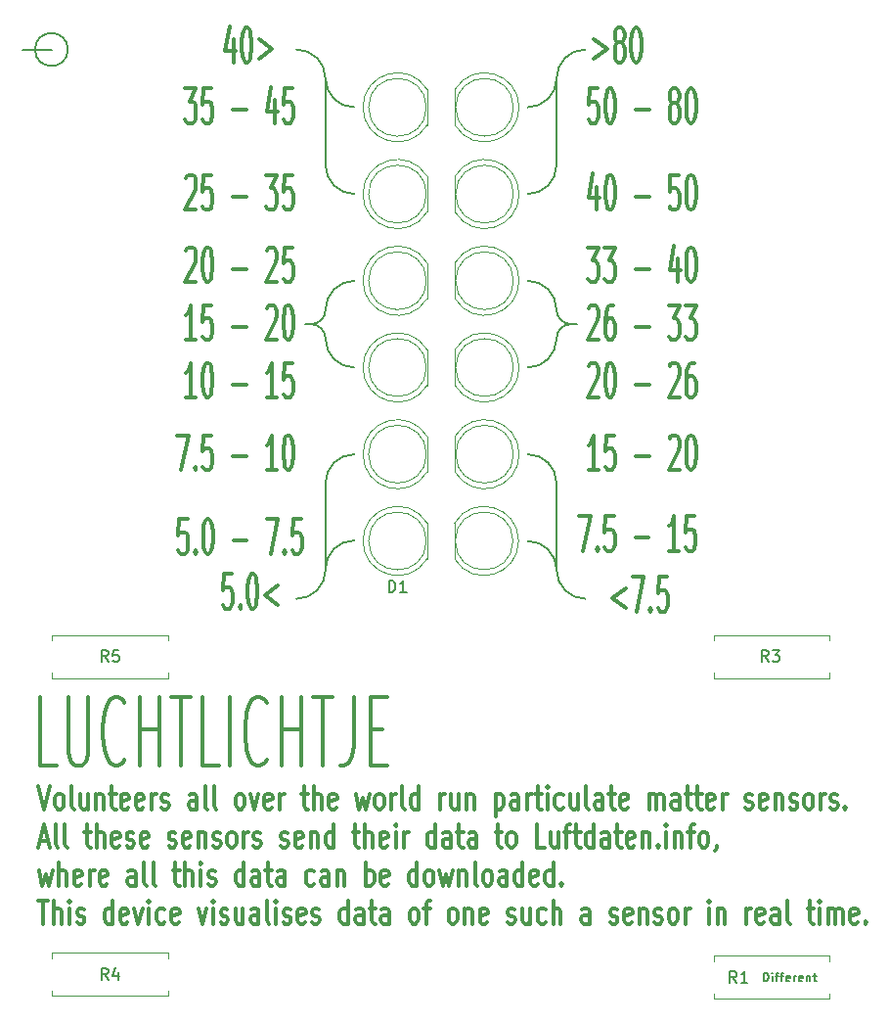
<source format=gbr>
G04 #@! TF.FileFunction,Legend,Top*
%FSLAX46Y46*%
G04 Gerber Fmt 4.6, Leading zero omitted, Abs format (unit mm)*
G04 Created by KiCad (PCBNEW 4.0.6+dfsg1-1) date Fri Aug 24 17:23:30 2018*
%MOMM*%
%LPD*%
G01*
G04 APERTURE LIST*
%ADD10C,0.100000*%
%ADD11C,0.150000*%
%ADD12C,0.300000*%
%ADD13C,0.200000*%
%ADD14C,0.120000*%
G04 APERTURE END LIST*
D10*
D11*
X115428571Y-135589286D02*
X115428571Y-134839286D01*
X115607143Y-134839286D01*
X115714286Y-134875000D01*
X115785714Y-134946429D01*
X115821429Y-135017857D01*
X115857143Y-135160714D01*
X115857143Y-135267857D01*
X115821429Y-135410714D01*
X115785714Y-135482143D01*
X115714286Y-135553571D01*
X115607143Y-135589286D01*
X115428571Y-135589286D01*
X116178571Y-135589286D02*
X116178571Y-135089286D01*
X116178571Y-134839286D02*
X116142857Y-134875000D01*
X116178571Y-134910714D01*
X116214286Y-134875000D01*
X116178571Y-134839286D01*
X116178571Y-134910714D01*
X116428572Y-135089286D02*
X116714286Y-135089286D01*
X116535714Y-135589286D02*
X116535714Y-134946429D01*
X116571429Y-134875000D01*
X116642857Y-134839286D01*
X116714286Y-134839286D01*
X116857143Y-135089286D02*
X117142857Y-135089286D01*
X116964285Y-135589286D02*
X116964285Y-134946429D01*
X117000000Y-134875000D01*
X117071428Y-134839286D01*
X117142857Y-134839286D01*
X117678571Y-135553571D02*
X117607142Y-135589286D01*
X117464285Y-135589286D01*
X117392856Y-135553571D01*
X117357142Y-135482143D01*
X117357142Y-135196429D01*
X117392856Y-135125000D01*
X117464285Y-135089286D01*
X117607142Y-135089286D01*
X117678571Y-135125000D01*
X117714285Y-135196429D01*
X117714285Y-135267857D01*
X117357142Y-135339286D01*
X118035713Y-135589286D02*
X118035713Y-135089286D01*
X118035713Y-135232143D02*
X118071428Y-135160714D01*
X118107142Y-135125000D01*
X118178571Y-135089286D01*
X118249999Y-135089286D01*
X118785714Y-135553571D02*
X118714285Y-135589286D01*
X118571428Y-135589286D01*
X118499999Y-135553571D01*
X118464285Y-135482143D01*
X118464285Y-135196429D01*
X118499999Y-135125000D01*
X118571428Y-135089286D01*
X118714285Y-135089286D01*
X118785714Y-135125000D01*
X118821428Y-135196429D01*
X118821428Y-135267857D01*
X118464285Y-135339286D01*
X119142856Y-135089286D02*
X119142856Y-135589286D01*
X119142856Y-135160714D02*
X119178571Y-135125000D01*
X119249999Y-135089286D01*
X119357142Y-135089286D01*
X119428571Y-135125000D01*
X119464285Y-135196429D01*
X119464285Y-135589286D01*
X119714285Y-135089286D02*
X119999999Y-135089286D01*
X119821427Y-134839286D02*
X119821427Y-135482143D01*
X119857142Y-135553571D01*
X119928570Y-135589286D01*
X119999999Y-135589286D01*
D12*
X52642857Y-118704762D02*
X53142857Y-120704762D01*
X53642857Y-118704762D01*
X54357143Y-120704762D02*
X54214285Y-120609524D01*
X54142857Y-120514286D01*
X54071428Y-120323810D01*
X54071428Y-119752381D01*
X54142857Y-119561905D01*
X54214285Y-119466667D01*
X54357143Y-119371429D01*
X54571428Y-119371429D01*
X54714285Y-119466667D01*
X54785714Y-119561905D01*
X54857143Y-119752381D01*
X54857143Y-120323810D01*
X54785714Y-120514286D01*
X54714285Y-120609524D01*
X54571428Y-120704762D01*
X54357143Y-120704762D01*
X55714286Y-120704762D02*
X55571428Y-120609524D01*
X55500000Y-120419048D01*
X55500000Y-118704762D01*
X56928571Y-119371429D02*
X56928571Y-120704762D01*
X56285714Y-119371429D02*
X56285714Y-120419048D01*
X56357142Y-120609524D01*
X56500000Y-120704762D01*
X56714285Y-120704762D01*
X56857142Y-120609524D01*
X56928571Y-120514286D01*
X57642857Y-119371429D02*
X57642857Y-120704762D01*
X57642857Y-119561905D02*
X57714285Y-119466667D01*
X57857143Y-119371429D01*
X58071428Y-119371429D01*
X58214285Y-119466667D01*
X58285714Y-119657143D01*
X58285714Y-120704762D01*
X58785714Y-119371429D02*
X59357143Y-119371429D01*
X59000000Y-118704762D02*
X59000000Y-120419048D01*
X59071428Y-120609524D01*
X59214286Y-120704762D01*
X59357143Y-120704762D01*
X60428571Y-120609524D02*
X60285714Y-120704762D01*
X60000000Y-120704762D01*
X59857143Y-120609524D01*
X59785714Y-120419048D01*
X59785714Y-119657143D01*
X59857143Y-119466667D01*
X60000000Y-119371429D01*
X60285714Y-119371429D01*
X60428571Y-119466667D01*
X60500000Y-119657143D01*
X60500000Y-119847619D01*
X59785714Y-120038095D01*
X61714285Y-120609524D02*
X61571428Y-120704762D01*
X61285714Y-120704762D01*
X61142857Y-120609524D01*
X61071428Y-120419048D01*
X61071428Y-119657143D01*
X61142857Y-119466667D01*
X61285714Y-119371429D01*
X61571428Y-119371429D01*
X61714285Y-119466667D01*
X61785714Y-119657143D01*
X61785714Y-119847619D01*
X61071428Y-120038095D01*
X62428571Y-120704762D02*
X62428571Y-119371429D01*
X62428571Y-119752381D02*
X62499999Y-119561905D01*
X62571428Y-119466667D01*
X62714285Y-119371429D01*
X62857142Y-119371429D01*
X63285713Y-120609524D02*
X63428570Y-120704762D01*
X63714285Y-120704762D01*
X63857142Y-120609524D01*
X63928570Y-120419048D01*
X63928570Y-120323810D01*
X63857142Y-120133333D01*
X63714285Y-120038095D01*
X63499999Y-120038095D01*
X63357142Y-119942857D01*
X63285713Y-119752381D01*
X63285713Y-119657143D01*
X63357142Y-119466667D01*
X63499999Y-119371429D01*
X63714285Y-119371429D01*
X63857142Y-119466667D01*
X66357142Y-120704762D02*
X66357142Y-119657143D01*
X66285713Y-119466667D01*
X66142856Y-119371429D01*
X65857142Y-119371429D01*
X65714285Y-119466667D01*
X66357142Y-120609524D02*
X66214285Y-120704762D01*
X65857142Y-120704762D01*
X65714285Y-120609524D01*
X65642856Y-120419048D01*
X65642856Y-120228571D01*
X65714285Y-120038095D01*
X65857142Y-119942857D01*
X66214285Y-119942857D01*
X66357142Y-119847619D01*
X67285714Y-120704762D02*
X67142856Y-120609524D01*
X67071428Y-120419048D01*
X67071428Y-118704762D01*
X68071428Y-120704762D02*
X67928570Y-120609524D01*
X67857142Y-120419048D01*
X67857142Y-118704762D01*
X69999999Y-120704762D02*
X69857141Y-120609524D01*
X69785713Y-120514286D01*
X69714284Y-120323810D01*
X69714284Y-119752381D01*
X69785713Y-119561905D01*
X69857141Y-119466667D01*
X69999999Y-119371429D01*
X70214284Y-119371429D01*
X70357141Y-119466667D01*
X70428570Y-119561905D01*
X70499999Y-119752381D01*
X70499999Y-120323810D01*
X70428570Y-120514286D01*
X70357141Y-120609524D01*
X70214284Y-120704762D01*
X69999999Y-120704762D01*
X70999999Y-119371429D02*
X71357142Y-120704762D01*
X71714284Y-119371429D01*
X72857141Y-120609524D02*
X72714284Y-120704762D01*
X72428570Y-120704762D01*
X72285713Y-120609524D01*
X72214284Y-120419048D01*
X72214284Y-119657143D01*
X72285713Y-119466667D01*
X72428570Y-119371429D01*
X72714284Y-119371429D01*
X72857141Y-119466667D01*
X72928570Y-119657143D01*
X72928570Y-119847619D01*
X72214284Y-120038095D01*
X73571427Y-120704762D02*
X73571427Y-119371429D01*
X73571427Y-119752381D02*
X73642855Y-119561905D01*
X73714284Y-119466667D01*
X73857141Y-119371429D01*
X73999998Y-119371429D01*
X75428569Y-119371429D02*
X75999998Y-119371429D01*
X75642855Y-118704762D02*
X75642855Y-120419048D01*
X75714283Y-120609524D01*
X75857141Y-120704762D01*
X75999998Y-120704762D01*
X76499998Y-120704762D02*
X76499998Y-118704762D01*
X77142855Y-120704762D02*
X77142855Y-119657143D01*
X77071426Y-119466667D01*
X76928569Y-119371429D01*
X76714284Y-119371429D01*
X76571426Y-119466667D01*
X76499998Y-119561905D01*
X78428569Y-120609524D02*
X78285712Y-120704762D01*
X77999998Y-120704762D01*
X77857141Y-120609524D01*
X77785712Y-120419048D01*
X77785712Y-119657143D01*
X77857141Y-119466667D01*
X77999998Y-119371429D01*
X78285712Y-119371429D01*
X78428569Y-119466667D01*
X78499998Y-119657143D01*
X78499998Y-119847619D01*
X77785712Y-120038095D01*
X80142855Y-119371429D02*
X80428569Y-120704762D01*
X80714283Y-119752381D01*
X80999998Y-120704762D01*
X81285712Y-119371429D01*
X82071427Y-120704762D02*
X81928569Y-120609524D01*
X81857141Y-120514286D01*
X81785712Y-120323810D01*
X81785712Y-119752381D01*
X81857141Y-119561905D01*
X81928569Y-119466667D01*
X82071427Y-119371429D01*
X82285712Y-119371429D01*
X82428569Y-119466667D01*
X82499998Y-119561905D01*
X82571427Y-119752381D01*
X82571427Y-120323810D01*
X82499998Y-120514286D01*
X82428569Y-120609524D01*
X82285712Y-120704762D01*
X82071427Y-120704762D01*
X83214284Y-120704762D02*
X83214284Y-119371429D01*
X83214284Y-119752381D02*
X83285712Y-119561905D01*
X83357141Y-119466667D01*
X83499998Y-119371429D01*
X83642855Y-119371429D01*
X84357141Y-120704762D02*
X84214283Y-120609524D01*
X84142855Y-120419048D01*
X84142855Y-118704762D01*
X85571426Y-120704762D02*
X85571426Y-118704762D01*
X85571426Y-120609524D02*
X85428569Y-120704762D01*
X85142855Y-120704762D01*
X84999997Y-120609524D01*
X84928569Y-120514286D01*
X84857140Y-120323810D01*
X84857140Y-119752381D01*
X84928569Y-119561905D01*
X84999997Y-119466667D01*
X85142855Y-119371429D01*
X85428569Y-119371429D01*
X85571426Y-119466667D01*
X87428569Y-120704762D02*
X87428569Y-119371429D01*
X87428569Y-119752381D02*
X87499997Y-119561905D01*
X87571426Y-119466667D01*
X87714283Y-119371429D01*
X87857140Y-119371429D01*
X88999997Y-119371429D02*
X88999997Y-120704762D01*
X88357140Y-119371429D02*
X88357140Y-120419048D01*
X88428568Y-120609524D01*
X88571426Y-120704762D01*
X88785711Y-120704762D01*
X88928568Y-120609524D01*
X88999997Y-120514286D01*
X89714283Y-119371429D02*
X89714283Y-120704762D01*
X89714283Y-119561905D02*
X89785711Y-119466667D01*
X89928569Y-119371429D01*
X90142854Y-119371429D01*
X90285711Y-119466667D01*
X90357140Y-119657143D01*
X90357140Y-120704762D01*
X92214283Y-119371429D02*
X92214283Y-121371429D01*
X92214283Y-119466667D02*
X92357140Y-119371429D01*
X92642854Y-119371429D01*
X92785711Y-119466667D01*
X92857140Y-119561905D01*
X92928569Y-119752381D01*
X92928569Y-120323810D01*
X92857140Y-120514286D01*
X92785711Y-120609524D01*
X92642854Y-120704762D01*
X92357140Y-120704762D01*
X92214283Y-120609524D01*
X94214283Y-120704762D02*
X94214283Y-119657143D01*
X94142854Y-119466667D01*
X93999997Y-119371429D01*
X93714283Y-119371429D01*
X93571426Y-119466667D01*
X94214283Y-120609524D02*
X94071426Y-120704762D01*
X93714283Y-120704762D01*
X93571426Y-120609524D01*
X93499997Y-120419048D01*
X93499997Y-120228571D01*
X93571426Y-120038095D01*
X93714283Y-119942857D01*
X94071426Y-119942857D01*
X94214283Y-119847619D01*
X94928569Y-120704762D02*
X94928569Y-119371429D01*
X94928569Y-119752381D02*
X94999997Y-119561905D01*
X95071426Y-119466667D01*
X95214283Y-119371429D01*
X95357140Y-119371429D01*
X95642854Y-119371429D02*
X96214283Y-119371429D01*
X95857140Y-118704762D02*
X95857140Y-120419048D01*
X95928568Y-120609524D01*
X96071426Y-120704762D01*
X96214283Y-120704762D01*
X96714283Y-120704762D02*
X96714283Y-119371429D01*
X96714283Y-118704762D02*
X96642854Y-118800000D01*
X96714283Y-118895238D01*
X96785711Y-118800000D01*
X96714283Y-118704762D01*
X96714283Y-118895238D01*
X98071426Y-120609524D02*
X97928569Y-120704762D01*
X97642855Y-120704762D01*
X97499997Y-120609524D01*
X97428569Y-120514286D01*
X97357140Y-120323810D01*
X97357140Y-119752381D01*
X97428569Y-119561905D01*
X97499997Y-119466667D01*
X97642855Y-119371429D01*
X97928569Y-119371429D01*
X98071426Y-119466667D01*
X99357140Y-119371429D02*
X99357140Y-120704762D01*
X98714283Y-119371429D02*
X98714283Y-120419048D01*
X98785711Y-120609524D01*
X98928569Y-120704762D01*
X99142854Y-120704762D01*
X99285711Y-120609524D01*
X99357140Y-120514286D01*
X100285712Y-120704762D02*
X100142854Y-120609524D01*
X100071426Y-120419048D01*
X100071426Y-118704762D01*
X101499997Y-120704762D02*
X101499997Y-119657143D01*
X101428568Y-119466667D01*
X101285711Y-119371429D01*
X100999997Y-119371429D01*
X100857140Y-119466667D01*
X101499997Y-120609524D02*
X101357140Y-120704762D01*
X100999997Y-120704762D01*
X100857140Y-120609524D01*
X100785711Y-120419048D01*
X100785711Y-120228571D01*
X100857140Y-120038095D01*
X100999997Y-119942857D01*
X101357140Y-119942857D01*
X101499997Y-119847619D01*
X101999997Y-119371429D02*
X102571426Y-119371429D01*
X102214283Y-118704762D02*
X102214283Y-120419048D01*
X102285711Y-120609524D01*
X102428569Y-120704762D01*
X102571426Y-120704762D01*
X103642854Y-120609524D02*
X103499997Y-120704762D01*
X103214283Y-120704762D01*
X103071426Y-120609524D01*
X102999997Y-120419048D01*
X102999997Y-119657143D01*
X103071426Y-119466667D01*
X103214283Y-119371429D01*
X103499997Y-119371429D01*
X103642854Y-119466667D01*
X103714283Y-119657143D01*
X103714283Y-119847619D01*
X102999997Y-120038095D01*
X105499997Y-120704762D02*
X105499997Y-119371429D01*
X105499997Y-119561905D02*
X105571425Y-119466667D01*
X105714283Y-119371429D01*
X105928568Y-119371429D01*
X106071425Y-119466667D01*
X106142854Y-119657143D01*
X106142854Y-120704762D01*
X106142854Y-119657143D02*
X106214283Y-119466667D01*
X106357140Y-119371429D01*
X106571425Y-119371429D01*
X106714283Y-119466667D01*
X106785711Y-119657143D01*
X106785711Y-120704762D01*
X108142854Y-120704762D02*
X108142854Y-119657143D01*
X108071425Y-119466667D01*
X107928568Y-119371429D01*
X107642854Y-119371429D01*
X107499997Y-119466667D01*
X108142854Y-120609524D02*
X107999997Y-120704762D01*
X107642854Y-120704762D01*
X107499997Y-120609524D01*
X107428568Y-120419048D01*
X107428568Y-120228571D01*
X107499997Y-120038095D01*
X107642854Y-119942857D01*
X107999997Y-119942857D01*
X108142854Y-119847619D01*
X108642854Y-119371429D02*
X109214283Y-119371429D01*
X108857140Y-118704762D02*
X108857140Y-120419048D01*
X108928568Y-120609524D01*
X109071426Y-120704762D01*
X109214283Y-120704762D01*
X109499997Y-119371429D02*
X110071426Y-119371429D01*
X109714283Y-118704762D02*
X109714283Y-120419048D01*
X109785711Y-120609524D01*
X109928569Y-120704762D01*
X110071426Y-120704762D01*
X111142854Y-120609524D02*
X110999997Y-120704762D01*
X110714283Y-120704762D01*
X110571426Y-120609524D01*
X110499997Y-120419048D01*
X110499997Y-119657143D01*
X110571426Y-119466667D01*
X110714283Y-119371429D01*
X110999997Y-119371429D01*
X111142854Y-119466667D01*
X111214283Y-119657143D01*
X111214283Y-119847619D01*
X110499997Y-120038095D01*
X111857140Y-120704762D02*
X111857140Y-119371429D01*
X111857140Y-119752381D02*
X111928568Y-119561905D01*
X111999997Y-119466667D01*
X112142854Y-119371429D01*
X112285711Y-119371429D01*
X113857139Y-120609524D02*
X113999996Y-120704762D01*
X114285711Y-120704762D01*
X114428568Y-120609524D01*
X114499996Y-120419048D01*
X114499996Y-120323810D01*
X114428568Y-120133333D01*
X114285711Y-120038095D01*
X114071425Y-120038095D01*
X113928568Y-119942857D01*
X113857139Y-119752381D01*
X113857139Y-119657143D01*
X113928568Y-119466667D01*
X114071425Y-119371429D01*
X114285711Y-119371429D01*
X114428568Y-119466667D01*
X115714282Y-120609524D02*
X115571425Y-120704762D01*
X115285711Y-120704762D01*
X115142854Y-120609524D01*
X115071425Y-120419048D01*
X115071425Y-119657143D01*
X115142854Y-119466667D01*
X115285711Y-119371429D01*
X115571425Y-119371429D01*
X115714282Y-119466667D01*
X115785711Y-119657143D01*
X115785711Y-119847619D01*
X115071425Y-120038095D01*
X116428568Y-119371429D02*
X116428568Y-120704762D01*
X116428568Y-119561905D02*
X116499996Y-119466667D01*
X116642854Y-119371429D01*
X116857139Y-119371429D01*
X116999996Y-119466667D01*
X117071425Y-119657143D01*
X117071425Y-120704762D01*
X117714282Y-120609524D02*
X117857139Y-120704762D01*
X118142854Y-120704762D01*
X118285711Y-120609524D01*
X118357139Y-120419048D01*
X118357139Y-120323810D01*
X118285711Y-120133333D01*
X118142854Y-120038095D01*
X117928568Y-120038095D01*
X117785711Y-119942857D01*
X117714282Y-119752381D01*
X117714282Y-119657143D01*
X117785711Y-119466667D01*
X117928568Y-119371429D01*
X118142854Y-119371429D01*
X118285711Y-119466667D01*
X119214283Y-120704762D02*
X119071425Y-120609524D01*
X118999997Y-120514286D01*
X118928568Y-120323810D01*
X118928568Y-119752381D01*
X118999997Y-119561905D01*
X119071425Y-119466667D01*
X119214283Y-119371429D01*
X119428568Y-119371429D01*
X119571425Y-119466667D01*
X119642854Y-119561905D01*
X119714283Y-119752381D01*
X119714283Y-120323810D01*
X119642854Y-120514286D01*
X119571425Y-120609524D01*
X119428568Y-120704762D01*
X119214283Y-120704762D01*
X120357140Y-120704762D02*
X120357140Y-119371429D01*
X120357140Y-119752381D02*
X120428568Y-119561905D01*
X120499997Y-119466667D01*
X120642854Y-119371429D01*
X120785711Y-119371429D01*
X121214282Y-120609524D02*
X121357139Y-120704762D01*
X121642854Y-120704762D01*
X121785711Y-120609524D01*
X121857139Y-120419048D01*
X121857139Y-120323810D01*
X121785711Y-120133333D01*
X121642854Y-120038095D01*
X121428568Y-120038095D01*
X121285711Y-119942857D01*
X121214282Y-119752381D01*
X121214282Y-119657143D01*
X121285711Y-119466667D01*
X121428568Y-119371429D01*
X121642854Y-119371429D01*
X121785711Y-119466667D01*
X122499997Y-120514286D02*
X122571425Y-120609524D01*
X122499997Y-120704762D01*
X122428568Y-120609524D01*
X122499997Y-120514286D01*
X122499997Y-120704762D01*
X52785714Y-123433333D02*
X53500000Y-123433333D01*
X52642857Y-124004762D02*
X53142857Y-122004762D01*
X53642857Y-124004762D01*
X54357143Y-124004762D02*
X54214285Y-123909524D01*
X54142857Y-123719048D01*
X54142857Y-122004762D01*
X55142857Y-124004762D02*
X54999999Y-123909524D01*
X54928571Y-123719048D01*
X54928571Y-122004762D01*
X56642856Y-122671429D02*
X57214285Y-122671429D01*
X56857142Y-122004762D02*
X56857142Y-123719048D01*
X56928570Y-123909524D01*
X57071428Y-124004762D01*
X57214285Y-124004762D01*
X57714285Y-124004762D02*
X57714285Y-122004762D01*
X58357142Y-124004762D02*
X58357142Y-122957143D01*
X58285713Y-122766667D01*
X58142856Y-122671429D01*
X57928571Y-122671429D01*
X57785713Y-122766667D01*
X57714285Y-122861905D01*
X59642856Y-123909524D02*
X59499999Y-124004762D01*
X59214285Y-124004762D01*
X59071428Y-123909524D01*
X58999999Y-123719048D01*
X58999999Y-122957143D01*
X59071428Y-122766667D01*
X59214285Y-122671429D01*
X59499999Y-122671429D01*
X59642856Y-122766667D01*
X59714285Y-122957143D01*
X59714285Y-123147619D01*
X58999999Y-123338095D01*
X60285713Y-123909524D02*
X60428570Y-124004762D01*
X60714285Y-124004762D01*
X60857142Y-123909524D01*
X60928570Y-123719048D01*
X60928570Y-123623810D01*
X60857142Y-123433333D01*
X60714285Y-123338095D01*
X60499999Y-123338095D01*
X60357142Y-123242857D01*
X60285713Y-123052381D01*
X60285713Y-122957143D01*
X60357142Y-122766667D01*
X60499999Y-122671429D01*
X60714285Y-122671429D01*
X60857142Y-122766667D01*
X62142856Y-123909524D02*
X61999999Y-124004762D01*
X61714285Y-124004762D01*
X61571428Y-123909524D01*
X61499999Y-123719048D01*
X61499999Y-122957143D01*
X61571428Y-122766667D01*
X61714285Y-122671429D01*
X61999999Y-122671429D01*
X62142856Y-122766667D01*
X62214285Y-122957143D01*
X62214285Y-123147619D01*
X61499999Y-123338095D01*
X63928570Y-123909524D02*
X64071427Y-124004762D01*
X64357142Y-124004762D01*
X64499999Y-123909524D01*
X64571427Y-123719048D01*
X64571427Y-123623810D01*
X64499999Y-123433333D01*
X64357142Y-123338095D01*
X64142856Y-123338095D01*
X63999999Y-123242857D01*
X63928570Y-123052381D01*
X63928570Y-122957143D01*
X63999999Y-122766667D01*
X64142856Y-122671429D01*
X64357142Y-122671429D01*
X64499999Y-122766667D01*
X65785713Y-123909524D02*
X65642856Y-124004762D01*
X65357142Y-124004762D01*
X65214285Y-123909524D01*
X65142856Y-123719048D01*
X65142856Y-122957143D01*
X65214285Y-122766667D01*
X65357142Y-122671429D01*
X65642856Y-122671429D01*
X65785713Y-122766667D01*
X65857142Y-122957143D01*
X65857142Y-123147619D01*
X65142856Y-123338095D01*
X66499999Y-122671429D02*
X66499999Y-124004762D01*
X66499999Y-122861905D02*
X66571427Y-122766667D01*
X66714285Y-122671429D01*
X66928570Y-122671429D01*
X67071427Y-122766667D01*
X67142856Y-122957143D01*
X67142856Y-124004762D01*
X67785713Y-123909524D02*
X67928570Y-124004762D01*
X68214285Y-124004762D01*
X68357142Y-123909524D01*
X68428570Y-123719048D01*
X68428570Y-123623810D01*
X68357142Y-123433333D01*
X68214285Y-123338095D01*
X67999999Y-123338095D01*
X67857142Y-123242857D01*
X67785713Y-123052381D01*
X67785713Y-122957143D01*
X67857142Y-122766667D01*
X67999999Y-122671429D01*
X68214285Y-122671429D01*
X68357142Y-122766667D01*
X69285714Y-124004762D02*
X69142856Y-123909524D01*
X69071428Y-123814286D01*
X68999999Y-123623810D01*
X68999999Y-123052381D01*
X69071428Y-122861905D01*
X69142856Y-122766667D01*
X69285714Y-122671429D01*
X69499999Y-122671429D01*
X69642856Y-122766667D01*
X69714285Y-122861905D01*
X69785714Y-123052381D01*
X69785714Y-123623810D01*
X69714285Y-123814286D01*
X69642856Y-123909524D01*
X69499999Y-124004762D01*
X69285714Y-124004762D01*
X70428571Y-124004762D02*
X70428571Y-122671429D01*
X70428571Y-123052381D02*
X70499999Y-122861905D01*
X70571428Y-122766667D01*
X70714285Y-122671429D01*
X70857142Y-122671429D01*
X71285713Y-123909524D02*
X71428570Y-124004762D01*
X71714285Y-124004762D01*
X71857142Y-123909524D01*
X71928570Y-123719048D01*
X71928570Y-123623810D01*
X71857142Y-123433333D01*
X71714285Y-123338095D01*
X71499999Y-123338095D01*
X71357142Y-123242857D01*
X71285713Y-123052381D01*
X71285713Y-122957143D01*
X71357142Y-122766667D01*
X71499999Y-122671429D01*
X71714285Y-122671429D01*
X71857142Y-122766667D01*
X73642856Y-123909524D02*
X73785713Y-124004762D01*
X74071428Y-124004762D01*
X74214285Y-123909524D01*
X74285713Y-123719048D01*
X74285713Y-123623810D01*
X74214285Y-123433333D01*
X74071428Y-123338095D01*
X73857142Y-123338095D01*
X73714285Y-123242857D01*
X73642856Y-123052381D01*
X73642856Y-122957143D01*
X73714285Y-122766667D01*
X73857142Y-122671429D01*
X74071428Y-122671429D01*
X74214285Y-122766667D01*
X75499999Y-123909524D02*
X75357142Y-124004762D01*
X75071428Y-124004762D01*
X74928571Y-123909524D01*
X74857142Y-123719048D01*
X74857142Y-122957143D01*
X74928571Y-122766667D01*
X75071428Y-122671429D01*
X75357142Y-122671429D01*
X75499999Y-122766667D01*
X75571428Y-122957143D01*
X75571428Y-123147619D01*
X74857142Y-123338095D01*
X76214285Y-122671429D02*
X76214285Y-124004762D01*
X76214285Y-122861905D02*
X76285713Y-122766667D01*
X76428571Y-122671429D01*
X76642856Y-122671429D01*
X76785713Y-122766667D01*
X76857142Y-122957143D01*
X76857142Y-124004762D01*
X78214285Y-124004762D02*
X78214285Y-122004762D01*
X78214285Y-123909524D02*
X78071428Y-124004762D01*
X77785714Y-124004762D01*
X77642856Y-123909524D01*
X77571428Y-123814286D01*
X77499999Y-123623810D01*
X77499999Y-123052381D01*
X77571428Y-122861905D01*
X77642856Y-122766667D01*
X77785714Y-122671429D01*
X78071428Y-122671429D01*
X78214285Y-122766667D01*
X79857142Y-122671429D02*
X80428571Y-122671429D01*
X80071428Y-122004762D02*
X80071428Y-123719048D01*
X80142856Y-123909524D01*
X80285714Y-124004762D01*
X80428571Y-124004762D01*
X80928571Y-124004762D02*
X80928571Y-122004762D01*
X81571428Y-124004762D02*
X81571428Y-122957143D01*
X81499999Y-122766667D01*
X81357142Y-122671429D01*
X81142857Y-122671429D01*
X80999999Y-122766667D01*
X80928571Y-122861905D01*
X82857142Y-123909524D02*
X82714285Y-124004762D01*
X82428571Y-124004762D01*
X82285714Y-123909524D01*
X82214285Y-123719048D01*
X82214285Y-122957143D01*
X82285714Y-122766667D01*
X82428571Y-122671429D01*
X82714285Y-122671429D01*
X82857142Y-122766667D01*
X82928571Y-122957143D01*
X82928571Y-123147619D01*
X82214285Y-123338095D01*
X83571428Y-124004762D02*
X83571428Y-122671429D01*
X83571428Y-122004762D02*
X83499999Y-122100000D01*
X83571428Y-122195238D01*
X83642856Y-122100000D01*
X83571428Y-122004762D01*
X83571428Y-122195238D01*
X84285714Y-124004762D02*
X84285714Y-122671429D01*
X84285714Y-123052381D02*
X84357142Y-122861905D01*
X84428571Y-122766667D01*
X84571428Y-122671429D01*
X84714285Y-122671429D01*
X86999999Y-124004762D02*
X86999999Y-122004762D01*
X86999999Y-123909524D02*
X86857142Y-124004762D01*
X86571428Y-124004762D01*
X86428570Y-123909524D01*
X86357142Y-123814286D01*
X86285713Y-123623810D01*
X86285713Y-123052381D01*
X86357142Y-122861905D01*
X86428570Y-122766667D01*
X86571428Y-122671429D01*
X86857142Y-122671429D01*
X86999999Y-122766667D01*
X88357142Y-124004762D02*
X88357142Y-122957143D01*
X88285713Y-122766667D01*
X88142856Y-122671429D01*
X87857142Y-122671429D01*
X87714285Y-122766667D01*
X88357142Y-123909524D02*
X88214285Y-124004762D01*
X87857142Y-124004762D01*
X87714285Y-123909524D01*
X87642856Y-123719048D01*
X87642856Y-123528571D01*
X87714285Y-123338095D01*
X87857142Y-123242857D01*
X88214285Y-123242857D01*
X88357142Y-123147619D01*
X88857142Y-122671429D02*
X89428571Y-122671429D01*
X89071428Y-122004762D02*
X89071428Y-123719048D01*
X89142856Y-123909524D01*
X89285714Y-124004762D01*
X89428571Y-124004762D01*
X90571428Y-124004762D02*
X90571428Y-122957143D01*
X90499999Y-122766667D01*
X90357142Y-122671429D01*
X90071428Y-122671429D01*
X89928571Y-122766667D01*
X90571428Y-123909524D02*
X90428571Y-124004762D01*
X90071428Y-124004762D01*
X89928571Y-123909524D01*
X89857142Y-123719048D01*
X89857142Y-123528571D01*
X89928571Y-123338095D01*
X90071428Y-123242857D01*
X90428571Y-123242857D01*
X90571428Y-123147619D01*
X92214285Y-122671429D02*
X92785714Y-122671429D01*
X92428571Y-122004762D02*
X92428571Y-123719048D01*
X92499999Y-123909524D01*
X92642857Y-124004762D01*
X92785714Y-124004762D01*
X93500000Y-124004762D02*
X93357142Y-123909524D01*
X93285714Y-123814286D01*
X93214285Y-123623810D01*
X93214285Y-123052381D01*
X93285714Y-122861905D01*
X93357142Y-122766667D01*
X93500000Y-122671429D01*
X93714285Y-122671429D01*
X93857142Y-122766667D01*
X93928571Y-122861905D01*
X94000000Y-123052381D01*
X94000000Y-123623810D01*
X93928571Y-123814286D01*
X93857142Y-123909524D01*
X93714285Y-124004762D01*
X93500000Y-124004762D01*
X96500000Y-124004762D02*
X95785714Y-124004762D01*
X95785714Y-122004762D01*
X97642857Y-122671429D02*
X97642857Y-124004762D01*
X97000000Y-122671429D02*
X97000000Y-123719048D01*
X97071428Y-123909524D01*
X97214286Y-124004762D01*
X97428571Y-124004762D01*
X97571428Y-123909524D01*
X97642857Y-123814286D01*
X98142857Y-122671429D02*
X98714286Y-122671429D01*
X98357143Y-124004762D02*
X98357143Y-122290476D01*
X98428571Y-122100000D01*
X98571429Y-122004762D01*
X98714286Y-122004762D01*
X99000000Y-122671429D02*
X99571429Y-122671429D01*
X99214286Y-122004762D02*
X99214286Y-123719048D01*
X99285714Y-123909524D01*
X99428572Y-124004762D01*
X99571429Y-124004762D01*
X100714286Y-124004762D02*
X100714286Y-122004762D01*
X100714286Y-123909524D02*
X100571429Y-124004762D01*
X100285715Y-124004762D01*
X100142857Y-123909524D01*
X100071429Y-123814286D01*
X100000000Y-123623810D01*
X100000000Y-123052381D01*
X100071429Y-122861905D01*
X100142857Y-122766667D01*
X100285715Y-122671429D01*
X100571429Y-122671429D01*
X100714286Y-122766667D01*
X102071429Y-124004762D02*
X102071429Y-122957143D01*
X102000000Y-122766667D01*
X101857143Y-122671429D01*
X101571429Y-122671429D01*
X101428572Y-122766667D01*
X102071429Y-123909524D02*
X101928572Y-124004762D01*
X101571429Y-124004762D01*
X101428572Y-123909524D01*
X101357143Y-123719048D01*
X101357143Y-123528571D01*
X101428572Y-123338095D01*
X101571429Y-123242857D01*
X101928572Y-123242857D01*
X102071429Y-123147619D01*
X102571429Y-122671429D02*
X103142858Y-122671429D01*
X102785715Y-122004762D02*
X102785715Y-123719048D01*
X102857143Y-123909524D01*
X103000001Y-124004762D01*
X103142858Y-124004762D01*
X104214286Y-123909524D02*
X104071429Y-124004762D01*
X103785715Y-124004762D01*
X103642858Y-123909524D01*
X103571429Y-123719048D01*
X103571429Y-122957143D01*
X103642858Y-122766667D01*
X103785715Y-122671429D01*
X104071429Y-122671429D01*
X104214286Y-122766667D01*
X104285715Y-122957143D01*
X104285715Y-123147619D01*
X103571429Y-123338095D01*
X104928572Y-122671429D02*
X104928572Y-124004762D01*
X104928572Y-122861905D02*
X105000000Y-122766667D01*
X105142858Y-122671429D01*
X105357143Y-122671429D01*
X105500000Y-122766667D01*
X105571429Y-122957143D01*
X105571429Y-124004762D01*
X106285715Y-123814286D02*
X106357143Y-123909524D01*
X106285715Y-124004762D01*
X106214286Y-123909524D01*
X106285715Y-123814286D01*
X106285715Y-124004762D01*
X107000001Y-124004762D02*
X107000001Y-122671429D01*
X107000001Y-122004762D02*
X106928572Y-122100000D01*
X107000001Y-122195238D01*
X107071429Y-122100000D01*
X107000001Y-122004762D01*
X107000001Y-122195238D01*
X107714287Y-122671429D02*
X107714287Y-124004762D01*
X107714287Y-122861905D02*
X107785715Y-122766667D01*
X107928573Y-122671429D01*
X108142858Y-122671429D01*
X108285715Y-122766667D01*
X108357144Y-122957143D01*
X108357144Y-124004762D01*
X108857144Y-122671429D02*
X109428573Y-122671429D01*
X109071430Y-124004762D02*
X109071430Y-122290476D01*
X109142858Y-122100000D01*
X109285716Y-122004762D01*
X109428573Y-122004762D01*
X110142859Y-124004762D02*
X110000001Y-123909524D01*
X109928573Y-123814286D01*
X109857144Y-123623810D01*
X109857144Y-123052381D01*
X109928573Y-122861905D01*
X110000001Y-122766667D01*
X110142859Y-122671429D01*
X110357144Y-122671429D01*
X110500001Y-122766667D01*
X110571430Y-122861905D01*
X110642859Y-123052381D01*
X110642859Y-123623810D01*
X110571430Y-123814286D01*
X110500001Y-123909524D01*
X110357144Y-124004762D01*
X110142859Y-124004762D01*
X111357144Y-123909524D02*
X111357144Y-124004762D01*
X111285716Y-124195238D01*
X111214287Y-124290476D01*
X52714286Y-125971429D02*
X53000000Y-127304762D01*
X53285714Y-126352381D01*
X53571429Y-127304762D01*
X53857143Y-125971429D01*
X54428572Y-127304762D02*
X54428572Y-125304762D01*
X55071429Y-127304762D02*
X55071429Y-126257143D01*
X55000000Y-126066667D01*
X54857143Y-125971429D01*
X54642858Y-125971429D01*
X54500000Y-126066667D01*
X54428572Y-126161905D01*
X56357143Y-127209524D02*
X56214286Y-127304762D01*
X55928572Y-127304762D01*
X55785715Y-127209524D01*
X55714286Y-127019048D01*
X55714286Y-126257143D01*
X55785715Y-126066667D01*
X55928572Y-125971429D01*
X56214286Y-125971429D01*
X56357143Y-126066667D01*
X56428572Y-126257143D01*
X56428572Y-126447619D01*
X55714286Y-126638095D01*
X57071429Y-127304762D02*
X57071429Y-125971429D01*
X57071429Y-126352381D02*
X57142857Y-126161905D01*
X57214286Y-126066667D01*
X57357143Y-125971429D01*
X57500000Y-125971429D01*
X58571428Y-127209524D02*
X58428571Y-127304762D01*
X58142857Y-127304762D01*
X58000000Y-127209524D01*
X57928571Y-127019048D01*
X57928571Y-126257143D01*
X58000000Y-126066667D01*
X58142857Y-125971429D01*
X58428571Y-125971429D01*
X58571428Y-126066667D01*
X58642857Y-126257143D01*
X58642857Y-126447619D01*
X57928571Y-126638095D01*
X61071428Y-127304762D02*
X61071428Y-126257143D01*
X60999999Y-126066667D01*
X60857142Y-125971429D01*
X60571428Y-125971429D01*
X60428571Y-126066667D01*
X61071428Y-127209524D02*
X60928571Y-127304762D01*
X60571428Y-127304762D01*
X60428571Y-127209524D01*
X60357142Y-127019048D01*
X60357142Y-126828571D01*
X60428571Y-126638095D01*
X60571428Y-126542857D01*
X60928571Y-126542857D01*
X61071428Y-126447619D01*
X62000000Y-127304762D02*
X61857142Y-127209524D01*
X61785714Y-127019048D01*
X61785714Y-125304762D01*
X62785714Y-127304762D02*
X62642856Y-127209524D01*
X62571428Y-127019048D01*
X62571428Y-125304762D01*
X64285713Y-125971429D02*
X64857142Y-125971429D01*
X64499999Y-125304762D02*
X64499999Y-127019048D01*
X64571427Y-127209524D01*
X64714285Y-127304762D01*
X64857142Y-127304762D01*
X65357142Y-127304762D02*
X65357142Y-125304762D01*
X65999999Y-127304762D02*
X65999999Y-126257143D01*
X65928570Y-126066667D01*
X65785713Y-125971429D01*
X65571428Y-125971429D01*
X65428570Y-126066667D01*
X65357142Y-126161905D01*
X66714285Y-127304762D02*
X66714285Y-125971429D01*
X66714285Y-125304762D02*
X66642856Y-125400000D01*
X66714285Y-125495238D01*
X66785713Y-125400000D01*
X66714285Y-125304762D01*
X66714285Y-125495238D01*
X67357142Y-127209524D02*
X67499999Y-127304762D01*
X67785714Y-127304762D01*
X67928571Y-127209524D01*
X67999999Y-127019048D01*
X67999999Y-126923810D01*
X67928571Y-126733333D01*
X67785714Y-126638095D01*
X67571428Y-126638095D01*
X67428571Y-126542857D01*
X67357142Y-126352381D01*
X67357142Y-126257143D01*
X67428571Y-126066667D01*
X67571428Y-125971429D01*
X67785714Y-125971429D01*
X67928571Y-126066667D01*
X70428571Y-127304762D02*
X70428571Y-125304762D01*
X70428571Y-127209524D02*
X70285714Y-127304762D01*
X70000000Y-127304762D01*
X69857142Y-127209524D01*
X69785714Y-127114286D01*
X69714285Y-126923810D01*
X69714285Y-126352381D01*
X69785714Y-126161905D01*
X69857142Y-126066667D01*
X70000000Y-125971429D01*
X70285714Y-125971429D01*
X70428571Y-126066667D01*
X71785714Y-127304762D02*
X71785714Y-126257143D01*
X71714285Y-126066667D01*
X71571428Y-125971429D01*
X71285714Y-125971429D01*
X71142857Y-126066667D01*
X71785714Y-127209524D02*
X71642857Y-127304762D01*
X71285714Y-127304762D01*
X71142857Y-127209524D01*
X71071428Y-127019048D01*
X71071428Y-126828571D01*
X71142857Y-126638095D01*
X71285714Y-126542857D01*
X71642857Y-126542857D01*
X71785714Y-126447619D01*
X72285714Y-125971429D02*
X72857143Y-125971429D01*
X72500000Y-125304762D02*
X72500000Y-127019048D01*
X72571428Y-127209524D01*
X72714286Y-127304762D01*
X72857143Y-127304762D01*
X74000000Y-127304762D02*
X74000000Y-126257143D01*
X73928571Y-126066667D01*
X73785714Y-125971429D01*
X73500000Y-125971429D01*
X73357143Y-126066667D01*
X74000000Y-127209524D02*
X73857143Y-127304762D01*
X73500000Y-127304762D01*
X73357143Y-127209524D01*
X73285714Y-127019048D01*
X73285714Y-126828571D01*
X73357143Y-126638095D01*
X73500000Y-126542857D01*
X73857143Y-126542857D01*
X74000000Y-126447619D01*
X76500000Y-127209524D02*
X76357143Y-127304762D01*
X76071429Y-127304762D01*
X75928571Y-127209524D01*
X75857143Y-127114286D01*
X75785714Y-126923810D01*
X75785714Y-126352381D01*
X75857143Y-126161905D01*
X75928571Y-126066667D01*
X76071429Y-125971429D01*
X76357143Y-125971429D01*
X76500000Y-126066667D01*
X77785714Y-127304762D02*
X77785714Y-126257143D01*
X77714285Y-126066667D01*
X77571428Y-125971429D01*
X77285714Y-125971429D01*
X77142857Y-126066667D01*
X77785714Y-127209524D02*
X77642857Y-127304762D01*
X77285714Y-127304762D01*
X77142857Y-127209524D01*
X77071428Y-127019048D01*
X77071428Y-126828571D01*
X77142857Y-126638095D01*
X77285714Y-126542857D01*
X77642857Y-126542857D01*
X77785714Y-126447619D01*
X78500000Y-125971429D02*
X78500000Y-127304762D01*
X78500000Y-126161905D02*
X78571428Y-126066667D01*
X78714286Y-125971429D01*
X78928571Y-125971429D01*
X79071428Y-126066667D01*
X79142857Y-126257143D01*
X79142857Y-127304762D01*
X81000000Y-127304762D02*
X81000000Y-125304762D01*
X81000000Y-126066667D02*
X81142857Y-125971429D01*
X81428571Y-125971429D01*
X81571428Y-126066667D01*
X81642857Y-126161905D01*
X81714286Y-126352381D01*
X81714286Y-126923810D01*
X81642857Y-127114286D01*
X81571428Y-127209524D01*
X81428571Y-127304762D01*
X81142857Y-127304762D01*
X81000000Y-127209524D01*
X82928571Y-127209524D02*
X82785714Y-127304762D01*
X82500000Y-127304762D01*
X82357143Y-127209524D01*
X82285714Y-127019048D01*
X82285714Y-126257143D01*
X82357143Y-126066667D01*
X82500000Y-125971429D01*
X82785714Y-125971429D01*
X82928571Y-126066667D01*
X83000000Y-126257143D01*
X83000000Y-126447619D01*
X82285714Y-126638095D01*
X85428571Y-127304762D02*
X85428571Y-125304762D01*
X85428571Y-127209524D02*
X85285714Y-127304762D01*
X85000000Y-127304762D01*
X84857142Y-127209524D01*
X84785714Y-127114286D01*
X84714285Y-126923810D01*
X84714285Y-126352381D01*
X84785714Y-126161905D01*
X84857142Y-126066667D01*
X85000000Y-125971429D01*
X85285714Y-125971429D01*
X85428571Y-126066667D01*
X86357143Y-127304762D02*
X86214285Y-127209524D01*
X86142857Y-127114286D01*
X86071428Y-126923810D01*
X86071428Y-126352381D01*
X86142857Y-126161905D01*
X86214285Y-126066667D01*
X86357143Y-125971429D01*
X86571428Y-125971429D01*
X86714285Y-126066667D01*
X86785714Y-126161905D01*
X86857143Y-126352381D01*
X86857143Y-126923810D01*
X86785714Y-127114286D01*
X86714285Y-127209524D01*
X86571428Y-127304762D01*
X86357143Y-127304762D01*
X87357143Y-125971429D02*
X87642857Y-127304762D01*
X87928571Y-126352381D01*
X88214286Y-127304762D01*
X88500000Y-125971429D01*
X89071429Y-125971429D02*
X89071429Y-127304762D01*
X89071429Y-126161905D02*
X89142857Y-126066667D01*
X89285715Y-125971429D01*
X89500000Y-125971429D01*
X89642857Y-126066667D01*
X89714286Y-126257143D01*
X89714286Y-127304762D01*
X90642858Y-127304762D02*
X90500000Y-127209524D01*
X90428572Y-127019048D01*
X90428572Y-125304762D01*
X91428572Y-127304762D02*
X91285714Y-127209524D01*
X91214286Y-127114286D01*
X91142857Y-126923810D01*
X91142857Y-126352381D01*
X91214286Y-126161905D01*
X91285714Y-126066667D01*
X91428572Y-125971429D01*
X91642857Y-125971429D01*
X91785714Y-126066667D01*
X91857143Y-126161905D01*
X91928572Y-126352381D01*
X91928572Y-126923810D01*
X91857143Y-127114286D01*
X91785714Y-127209524D01*
X91642857Y-127304762D01*
X91428572Y-127304762D01*
X93214286Y-127304762D02*
X93214286Y-126257143D01*
X93142857Y-126066667D01*
X93000000Y-125971429D01*
X92714286Y-125971429D01*
X92571429Y-126066667D01*
X93214286Y-127209524D02*
X93071429Y-127304762D01*
X92714286Y-127304762D01*
X92571429Y-127209524D01*
X92500000Y-127019048D01*
X92500000Y-126828571D01*
X92571429Y-126638095D01*
X92714286Y-126542857D01*
X93071429Y-126542857D01*
X93214286Y-126447619D01*
X94571429Y-127304762D02*
X94571429Y-125304762D01*
X94571429Y-127209524D02*
X94428572Y-127304762D01*
X94142858Y-127304762D01*
X94000000Y-127209524D01*
X93928572Y-127114286D01*
X93857143Y-126923810D01*
X93857143Y-126352381D01*
X93928572Y-126161905D01*
X94000000Y-126066667D01*
X94142858Y-125971429D01*
X94428572Y-125971429D01*
X94571429Y-126066667D01*
X95857143Y-127209524D02*
X95714286Y-127304762D01*
X95428572Y-127304762D01*
X95285715Y-127209524D01*
X95214286Y-127019048D01*
X95214286Y-126257143D01*
X95285715Y-126066667D01*
X95428572Y-125971429D01*
X95714286Y-125971429D01*
X95857143Y-126066667D01*
X95928572Y-126257143D01*
X95928572Y-126447619D01*
X95214286Y-126638095D01*
X97214286Y-127304762D02*
X97214286Y-125304762D01*
X97214286Y-127209524D02*
X97071429Y-127304762D01*
X96785715Y-127304762D01*
X96642857Y-127209524D01*
X96571429Y-127114286D01*
X96500000Y-126923810D01*
X96500000Y-126352381D01*
X96571429Y-126161905D01*
X96642857Y-126066667D01*
X96785715Y-125971429D01*
X97071429Y-125971429D01*
X97214286Y-126066667D01*
X97928572Y-127114286D02*
X98000000Y-127209524D01*
X97928572Y-127304762D01*
X97857143Y-127209524D01*
X97928572Y-127114286D01*
X97928572Y-127304762D01*
X52642857Y-128604762D02*
X53500000Y-128604762D01*
X53071429Y-130604762D02*
X53071429Y-128604762D01*
X54000000Y-130604762D02*
X54000000Y-128604762D01*
X54642857Y-130604762D02*
X54642857Y-129557143D01*
X54571428Y-129366667D01*
X54428571Y-129271429D01*
X54214286Y-129271429D01*
X54071428Y-129366667D01*
X54000000Y-129461905D01*
X55357143Y-130604762D02*
X55357143Y-129271429D01*
X55357143Y-128604762D02*
X55285714Y-128700000D01*
X55357143Y-128795238D01*
X55428571Y-128700000D01*
X55357143Y-128604762D01*
X55357143Y-128795238D01*
X56000000Y-130509524D02*
X56142857Y-130604762D01*
X56428572Y-130604762D01*
X56571429Y-130509524D01*
X56642857Y-130319048D01*
X56642857Y-130223810D01*
X56571429Y-130033333D01*
X56428572Y-129938095D01*
X56214286Y-129938095D01*
X56071429Y-129842857D01*
X56000000Y-129652381D01*
X56000000Y-129557143D01*
X56071429Y-129366667D01*
X56214286Y-129271429D01*
X56428572Y-129271429D01*
X56571429Y-129366667D01*
X59071429Y-130604762D02*
X59071429Y-128604762D01*
X59071429Y-130509524D02*
X58928572Y-130604762D01*
X58642858Y-130604762D01*
X58500000Y-130509524D01*
X58428572Y-130414286D01*
X58357143Y-130223810D01*
X58357143Y-129652381D01*
X58428572Y-129461905D01*
X58500000Y-129366667D01*
X58642858Y-129271429D01*
X58928572Y-129271429D01*
X59071429Y-129366667D01*
X60357143Y-130509524D02*
X60214286Y-130604762D01*
X59928572Y-130604762D01*
X59785715Y-130509524D01*
X59714286Y-130319048D01*
X59714286Y-129557143D01*
X59785715Y-129366667D01*
X59928572Y-129271429D01*
X60214286Y-129271429D01*
X60357143Y-129366667D01*
X60428572Y-129557143D01*
X60428572Y-129747619D01*
X59714286Y-129938095D01*
X60928572Y-129271429D02*
X61285715Y-130604762D01*
X61642857Y-129271429D01*
X62214286Y-130604762D02*
X62214286Y-129271429D01*
X62214286Y-128604762D02*
X62142857Y-128700000D01*
X62214286Y-128795238D01*
X62285714Y-128700000D01*
X62214286Y-128604762D01*
X62214286Y-128795238D01*
X63571429Y-130509524D02*
X63428572Y-130604762D01*
X63142858Y-130604762D01*
X63000000Y-130509524D01*
X62928572Y-130414286D01*
X62857143Y-130223810D01*
X62857143Y-129652381D01*
X62928572Y-129461905D01*
X63000000Y-129366667D01*
X63142858Y-129271429D01*
X63428572Y-129271429D01*
X63571429Y-129366667D01*
X64785714Y-130509524D02*
X64642857Y-130604762D01*
X64357143Y-130604762D01*
X64214286Y-130509524D01*
X64142857Y-130319048D01*
X64142857Y-129557143D01*
X64214286Y-129366667D01*
X64357143Y-129271429D01*
X64642857Y-129271429D01*
X64785714Y-129366667D01*
X64857143Y-129557143D01*
X64857143Y-129747619D01*
X64142857Y-129938095D01*
X66500000Y-129271429D02*
X66857143Y-130604762D01*
X67214285Y-129271429D01*
X67785714Y-130604762D02*
X67785714Y-129271429D01*
X67785714Y-128604762D02*
X67714285Y-128700000D01*
X67785714Y-128795238D01*
X67857142Y-128700000D01*
X67785714Y-128604762D01*
X67785714Y-128795238D01*
X68428571Y-130509524D02*
X68571428Y-130604762D01*
X68857143Y-130604762D01*
X69000000Y-130509524D01*
X69071428Y-130319048D01*
X69071428Y-130223810D01*
X69000000Y-130033333D01*
X68857143Y-129938095D01*
X68642857Y-129938095D01*
X68500000Y-129842857D01*
X68428571Y-129652381D01*
X68428571Y-129557143D01*
X68500000Y-129366667D01*
X68642857Y-129271429D01*
X68857143Y-129271429D01*
X69000000Y-129366667D01*
X70357143Y-129271429D02*
X70357143Y-130604762D01*
X69714286Y-129271429D02*
X69714286Y-130319048D01*
X69785714Y-130509524D01*
X69928572Y-130604762D01*
X70142857Y-130604762D01*
X70285714Y-130509524D01*
X70357143Y-130414286D01*
X71714286Y-130604762D02*
X71714286Y-129557143D01*
X71642857Y-129366667D01*
X71500000Y-129271429D01*
X71214286Y-129271429D01*
X71071429Y-129366667D01*
X71714286Y-130509524D02*
X71571429Y-130604762D01*
X71214286Y-130604762D01*
X71071429Y-130509524D01*
X71000000Y-130319048D01*
X71000000Y-130128571D01*
X71071429Y-129938095D01*
X71214286Y-129842857D01*
X71571429Y-129842857D01*
X71714286Y-129747619D01*
X72642858Y-130604762D02*
X72500000Y-130509524D01*
X72428572Y-130319048D01*
X72428572Y-128604762D01*
X73214286Y-130604762D02*
X73214286Y-129271429D01*
X73214286Y-128604762D02*
X73142857Y-128700000D01*
X73214286Y-128795238D01*
X73285714Y-128700000D01*
X73214286Y-128604762D01*
X73214286Y-128795238D01*
X73857143Y-130509524D02*
X74000000Y-130604762D01*
X74285715Y-130604762D01*
X74428572Y-130509524D01*
X74500000Y-130319048D01*
X74500000Y-130223810D01*
X74428572Y-130033333D01*
X74285715Y-129938095D01*
X74071429Y-129938095D01*
X73928572Y-129842857D01*
X73857143Y-129652381D01*
X73857143Y-129557143D01*
X73928572Y-129366667D01*
X74071429Y-129271429D01*
X74285715Y-129271429D01*
X74428572Y-129366667D01*
X75714286Y-130509524D02*
X75571429Y-130604762D01*
X75285715Y-130604762D01*
X75142858Y-130509524D01*
X75071429Y-130319048D01*
X75071429Y-129557143D01*
X75142858Y-129366667D01*
X75285715Y-129271429D01*
X75571429Y-129271429D01*
X75714286Y-129366667D01*
X75785715Y-129557143D01*
X75785715Y-129747619D01*
X75071429Y-129938095D01*
X76357143Y-130509524D02*
X76500000Y-130604762D01*
X76785715Y-130604762D01*
X76928572Y-130509524D01*
X77000000Y-130319048D01*
X77000000Y-130223810D01*
X76928572Y-130033333D01*
X76785715Y-129938095D01*
X76571429Y-129938095D01*
X76428572Y-129842857D01*
X76357143Y-129652381D01*
X76357143Y-129557143D01*
X76428572Y-129366667D01*
X76571429Y-129271429D01*
X76785715Y-129271429D01*
X76928572Y-129366667D01*
X79428572Y-130604762D02*
X79428572Y-128604762D01*
X79428572Y-130509524D02*
X79285715Y-130604762D01*
X79000001Y-130604762D01*
X78857143Y-130509524D01*
X78785715Y-130414286D01*
X78714286Y-130223810D01*
X78714286Y-129652381D01*
X78785715Y-129461905D01*
X78857143Y-129366667D01*
X79000001Y-129271429D01*
X79285715Y-129271429D01*
X79428572Y-129366667D01*
X80785715Y-130604762D02*
X80785715Y-129557143D01*
X80714286Y-129366667D01*
X80571429Y-129271429D01*
X80285715Y-129271429D01*
X80142858Y-129366667D01*
X80785715Y-130509524D02*
X80642858Y-130604762D01*
X80285715Y-130604762D01*
X80142858Y-130509524D01*
X80071429Y-130319048D01*
X80071429Y-130128571D01*
X80142858Y-129938095D01*
X80285715Y-129842857D01*
X80642858Y-129842857D01*
X80785715Y-129747619D01*
X81285715Y-129271429D02*
X81857144Y-129271429D01*
X81500001Y-128604762D02*
X81500001Y-130319048D01*
X81571429Y-130509524D01*
X81714287Y-130604762D01*
X81857144Y-130604762D01*
X83000001Y-130604762D02*
X83000001Y-129557143D01*
X82928572Y-129366667D01*
X82785715Y-129271429D01*
X82500001Y-129271429D01*
X82357144Y-129366667D01*
X83000001Y-130509524D02*
X82857144Y-130604762D01*
X82500001Y-130604762D01*
X82357144Y-130509524D01*
X82285715Y-130319048D01*
X82285715Y-130128571D01*
X82357144Y-129938095D01*
X82500001Y-129842857D01*
X82857144Y-129842857D01*
X83000001Y-129747619D01*
X85071430Y-130604762D02*
X84928572Y-130509524D01*
X84857144Y-130414286D01*
X84785715Y-130223810D01*
X84785715Y-129652381D01*
X84857144Y-129461905D01*
X84928572Y-129366667D01*
X85071430Y-129271429D01*
X85285715Y-129271429D01*
X85428572Y-129366667D01*
X85500001Y-129461905D01*
X85571430Y-129652381D01*
X85571430Y-130223810D01*
X85500001Y-130414286D01*
X85428572Y-130509524D01*
X85285715Y-130604762D01*
X85071430Y-130604762D01*
X86000001Y-129271429D02*
X86571430Y-129271429D01*
X86214287Y-130604762D02*
X86214287Y-128890476D01*
X86285715Y-128700000D01*
X86428573Y-128604762D01*
X86571430Y-128604762D01*
X88428573Y-130604762D02*
X88285715Y-130509524D01*
X88214287Y-130414286D01*
X88142858Y-130223810D01*
X88142858Y-129652381D01*
X88214287Y-129461905D01*
X88285715Y-129366667D01*
X88428573Y-129271429D01*
X88642858Y-129271429D01*
X88785715Y-129366667D01*
X88857144Y-129461905D01*
X88928573Y-129652381D01*
X88928573Y-130223810D01*
X88857144Y-130414286D01*
X88785715Y-130509524D01*
X88642858Y-130604762D01*
X88428573Y-130604762D01*
X89571430Y-129271429D02*
X89571430Y-130604762D01*
X89571430Y-129461905D02*
X89642858Y-129366667D01*
X89785716Y-129271429D01*
X90000001Y-129271429D01*
X90142858Y-129366667D01*
X90214287Y-129557143D01*
X90214287Y-130604762D01*
X91500001Y-130509524D02*
X91357144Y-130604762D01*
X91071430Y-130604762D01*
X90928573Y-130509524D01*
X90857144Y-130319048D01*
X90857144Y-129557143D01*
X90928573Y-129366667D01*
X91071430Y-129271429D01*
X91357144Y-129271429D01*
X91500001Y-129366667D01*
X91571430Y-129557143D01*
X91571430Y-129747619D01*
X90857144Y-129938095D01*
X93285715Y-130509524D02*
X93428572Y-130604762D01*
X93714287Y-130604762D01*
X93857144Y-130509524D01*
X93928572Y-130319048D01*
X93928572Y-130223810D01*
X93857144Y-130033333D01*
X93714287Y-129938095D01*
X93500001Y-129938095D01*
X93357144Y-129842857D01*
X93285715Y-129652381D01*
X93285715Y-129557143D01*
X93357144Y-129366667D01*
X93500001Y-129271429D01*
X93714287Y-129271429D01*
X93857144Y-129366667D01*
X95214287Y-129271429D02*
X95214287Y-130604762D01*
X94571430Y-129271429D02*
X94571430Y-130319048D01*
X94642858Y-130509524D01*
X94785716Y-130604762D01*
X95000001Y-130604762D01*
X95142858Y-130509524D01*
X95214287Y-130414286D01*
X96571430Y-130509524D02*
X96428573Y-130604762D01*
X96142859Y-130604762D01*
X96000001Y-130509524D01*
X95928573Y-130414286D01*
X95857144Y-130223810D01*
X95857144Y-129652381D01*
X95928573Y-129461905D01*
X96000001Y-129366667D01*
X96142859Y-129271429D01*
X96428573Y-129271429D01*
X96571430Y-129366667D01*
X97214287Y-130604762D02*
X97214287Y-128604762D01*
X97857144Y-130604762D02*
X97857144Y-129557143D01*
X97785715Y-129366667D01*
X97642858Y-129271429D01*
X97428573Y-129271429D01*
X97285715Y-129366667D01*
X97214287Y-129461905D01*
X100357144Y-130604762D02*
X100357144Y-129557143D01*
X100285715Y-129366667D01*
X100142858Y-129271429D01*
X99857144Y-129271429D01*
X99714287Y-129366667D01*
X100357144Y-130509524D02*
X100214287Y-130604762D01*
X99857144Y-130604762D01*
X99714287Y-130509524D01*
X99642858Y-130319048D01*
X99642858Y-130128571D01*
X99714287Y-129938095D01*
X99857144Y-129842857D01*
X100214287Y-129842857D01*
X100357144Y-129747619D01*
X102142858Y-130509524D02*
X102285715Y-130604762D01*
X102571430Y-130604762D01*
X102714287Y-130509524D01*
X102785715Y-130319048D01*
X102785715Y-130223810D01*
X102714287Y-130033333D01*
X102571430Y-129938095D01*
X102357144Y-129938095D01*
X102214287Y-129842857D01*
X102142858Y-129652381D01*
X102142858Y-129557143D01*
X102214287Y-129366667D01*
X102357144Y-129271429D01*
X102571430Y-129271429D01*
X102714287Y-129366667D01*
X104000001Y-130509524D02*
X103857144Y-130604762D01*
X103571430Y-130604762D01*
X103428573Y-130509524D01*
X103357144Y-130319048D01*
X103357144Y-129557143D01*
X103428573Y-129366667D01*
X103571430Y-129271429D01*
X103857144Y-129271429D01*
X104000001Y-129366667D01*
X104071430Y-129557143D01*
X104071430Y-129747619D01*
X103357144Y-129938095D01*
X104714287Y-129271429D02*
X104714287Y-130604762D01*
X104714287Y-129461905D02*
X104785715Y-129366667D01*
X104928573Y-129271429D01*
X105142858Y-129271429D01*
X105285715Y-129366667D01*
X105357144Y-129557143D01*
X105357144Y-130604762D01*
X106000001Y-130509524D02*
X106142858Y-130604762D01*
X106428573Y-130604762D01*
X106571430Y-130509524D01*
X106642858Y-130319048D01*
X106642858Y-130223810D01*
X106571430Y-130033333D01*
X106428573Y-129938095D01*
X106214287Y-129938095D01*
X106071430Y-129842857D01*
X106000001Y-129652381D01*
X106000001Y-129557143D01*
X106071430Y-129366667D01*
X106214287Y-129271429D01*
X106428573Y-129271429D01*
X106571430Y-129366667D01*
X107500002Y-130604762D02*
X107357144Y-130509524D01*
X107285716Y-130414286D01*
X107214287Y-130223810D01*
X107214287Y-129652381D01*
X107285716Y-129461905D01*
X107357144Y-129366667D01*
X107500002Y-129271429D01*
X107714287Y-129271429D01*
X107857144Y-129366667D01*
X107928573Y-129461905D01*
X108000002Y-129652381D01*
X108000002Y-130223810D01*
X107928573Y-130414286D01*
X107857144Y-130509524D01*
X107714287Y-130604762D01*
X107500002Y-130604762D01*
X108642859Y-130604762D02*
X108642859Y-129271429D01*
X108642859Y-129652381D02*
X108714287Y-129461905D01*
X108785716Y-129366667D01*
X108928573Y-129271429D01*
X109071430Y-129271429D01*
X110714287Y-130604762D02*
X110714287Y-129271429D01*
X110714287Y-128604762D02*
X110642858Y-128700000D01*
X110714287Y-128795238D01*
X110785715Y-128700000D01*
X110714287Y-128604762D01*
X110714287Y-128795238D01*
X111428573Y-129271429D02*
X111428573Y-130604762D01*
X111428573Y-129461905D02*
X111500001Y-129366667D01*
X111642859Y-129271429D01*
X111857144Y-129271429D01*
X112000001Y-129366667D01*
X112071430Y-129557143D01*
X112071430Y-130604762D01*
X113928573Y-130604762D02*
X113928573Y-129271429D01*
X113928573Y-129652381D02*
X114000001Y-129461905D01*
X114071430Y-129366667D01*
X114214287Y-129271429D01*
X114357144Y-129271429D01*
X115428572Y-130509524D02*
X115285715Y-130604762D01*
X115000001Y-130604762D01*
X114857144Y-130509524D01*
X114785715Y-130319048D01*
X114785715Y-129557143D01*
X114857144Y-129366667D01*
X115000001Y-129271429D01*
X115285715Y-129271429D01*
X115428572Y-129366667D01*
X115500001Y-129557143D01*
X115500001Y-129747619D01*
X114785715Y-129938095D01*
X116785715Y-130604762D02*
X116785715Y-129557143D01*
X116714286Y-129366667D01*
X116571429Y-129271429D01*
X116285715Y-129271429D01*
X116142858Y-129366667D01*
X116785715Y-130509524D02*
X116642858Y-130604762D01*
X116285715Y-130604762D01*
X116142858Y-130509524D01*
X116071429Y-130319048D01*
X116071429Y-130128571D01*
X116142858Y-129938095D01*
X116285715Y-129842857D01*
X116642858Y-129842857D01*
X116785715Y-129747619D01*
X117714287Y-130604762D02*
X117571429Y-130509524D01*
X117500001Y-130319048D01*
X117500001Y-128604762D01*
X119214286Y-129271429D02*
X119785715Y-129271429D01*
X119428572Y-128604762D02*
X119428572Y-130319048D01*
X119500000Y-130509524D01*
X119642858Y-130604762D01*
X119785715Y-130604762D01*
X120285715Y-130604762D02*
X120285715Y-129271429D01*
X120285715Y-128604762D02*
X120214286Y-128700000D01*
X120285715Y-128795238D01*
X120357143Y-128700000D01*
X120285715Y-128604762D01*
X120285715Y-128795238D01*
X121000001Y-130604762D02*
X121000001Y-129271429D01*
X121000001Y-129461905D02*
X121071429Y-129366667D01*
X121214287Y-129271429D01*
X121428572Y-129271429D01*
X121571429Y-129366667D01*
X121642858Y-129557143D01*
X121642858Y-130604762D01*
X121642858Y-129557143D02*
X121714287Y-129366667D01*
X121857144Y-129271429D01*
X122071429Y-129271429D01*
X122214287Y-129366667D01*
X122285715Y-129557143D01*
X122285715Y-130604762D01*
X123571429Y-130509524D02*
X123428572Y-130604762D01*
X123142858Y-130604762D01*
X123000001Y-130509524D01*
X122928572Y-130319048D01*
X122928572Y-129557143D01*
X123000001Y-129366667D01*
X123142858Y-129271429D01*
X123428572Y-129271429D01*
X123571429Y-129366667D01*
X123642858Y-129557143D01*
X123642858Y-129747619D01*
X122928572Y-129938095D01*
X124285715Y-130414286D02*
X124357143Y-130509524D01*
X124285715Y-130604762D01*
X124214286Y-130509524D01*
X124285715Y-130414286D01*
X124285715Y-130604762D01*
X54250001Y-116964286D02*
X52821430Y-116964286D01*
X52821430Y-110964286D01*
X55250001Y-110964286D02*
X55250001Y-115821429D01*
X55392858Y-116392857D01*
X55535715Y-116678571D01*
X55821429Y-116964286D01*
X56392858Y-116964286D01*
X56678572Y-116678571D01*
X56821429Y-116392857D01*
X56964286Y-115821429D01*
X56964286Y-110964286D01*
X60107143Y-116392857D02*
X59964286Y-116678571D01*
X59535715Y-116964286D01*
X59250001Y-116964286D01*
X58821429Y-116678571D01*
X58535715Y-116107143D01*
X58392858Y-115535714D01*
X58250001Y-114392857D01*
X58250001Y-113535714D01*
X58392858Y-112392857D01*
X58535715Y-111821429D01*
X58821429Y-111250000D01*
X59250001Y-110964286D01*
X59535715Y-110964286D01*
X59964286Y-111250000D01*
X60107143Y-111535714D01*
X61392858Y-116964286D02*
X61392858Y-110964286D01*
X61392858Y-113821429D02*
X63107143Y-113821429D01*
X63107143Y-116964286D02*
X63107143Y-110964286D01*
X64107143Y-110964286D02*
X65821429Y-110964286D01*
X64964286Y-116964286D02*
X64964286Y-110964286D01*
X68250000Y-116964286D02*
X66821429Y-116964286D01*
X66821429Y-110964286D01*
X69250000Y-116964286D02*
X69250000Y-110964286D01*
X72392856Y-116392857D02*
X72249999Y-116678571D01*
X71821428Y-116964286D01*
X71535714Y-116964286D01*
X71107142Y-116678571D01*
X70821428Y-116107143D01*
X70678571Y-115535714D01*
X70535714Y-114392857D01*
X70535714Y-113535714D01*
X70678571Y-112392857D01*
X70821428Y-111821429D01*
X71107142Y-111250000D01*
X71535714Y-110964286D01*
X71821428Y-110964286D01*
X72249999Y-111250000D01*
X72392856Y-111535714D01*
X73678571Y-116964286D02*
X73678571Y-110964286D01*
X73678571Y-113821429D02*
X75392856Y-113821429D01*
X75392856Y-116964286D02*
X75392856Y-110964286D01*
X76392856Y-110964286D02*
X78107142Y-110964286D01*
X77249999Y-116964286D02*
X77249999Y-110964286D01*
X79964285Y-110964286D02*
X79964285Y-115250000D01*
X79821427Y-116107143D01*
X79535713Y-116678571D01*
X79107142Y-116964286D01*
X78821427Y-116964286D01*
X81392856Y-113821429D02*
X82392856Y-113821429D01*
X82821427Y-116964286D02*
X81392856Y-116964286D01*
X81392856Y-110964286D01*
X82821427Y-110964286D01*
D13*
X76250000Y-78750000D02*
X75750000Y-78750000D01*
X76250000Y-78750000D02*
G75*
G03X77500000Y-77500000I0J1250000D01*
G01*
X77500000Y-80000000D02*
G75*
G03X76250000Y-78750000I-1250000J0D01*
G01*
X77500000Y-80000000D02*
G75*
G03X80000000Y-82500000I2500000J0D01*
G01*
X80000000Y-75000000D02*
G75*
G03X77500000Y-77500000I0J-2500000D01*
G01*
X97500000Y-77500000D02*
G75*
G03X98750000Y-78750000I1250000J0D01*
G01*
X98750000Y-78750000D02*
G75*
G03X97500000Y-80000000I0J-1250000D01*
G01*
X98750000Y-78750000D02*
X99250000Y-78750000D01*
D12*
X69535715Y-54107143D02*
X69535715Y-56107143D01*
X69178572Y-52964286D02*
X68821429Y-55107143D01*
X69750001Y-55107143D01*
X70607143Y-53107143D02*
X70750000Y-53107143D01*
X70892857Y-53250000D01*
X70964286Y-53392857D01*
X71035715Y-53678571D01*
X71107143Y-54250000D01*
X71107143Y-54964286D01*
X71035715Y-55535714D01*
X70964286Y-55821429D01*
X70892857Y-55964286D01*
X70750000Y-56107143D01*
X70607143Y-56107143D01*
X70464286Y-55964286D01*
X70392857Y-55821429D01*
X70321429Y-55535714D01*
X70250000Y-54964286D01*
X70250000Y-54250000D01*
X70321429Y-53678571D01*
X70392857Y-53392857D01*
X70464286Y-53250000D01*
X70607143Y-53107143D01*
X71750000Y-54107143D02*
X72892857Y-54964286D01*
X71750000Y-55821429D01*
X65357145Y-58357143D02*
X66285716Y-58357143D01*
X65785716Y-59500000D01*
X66000002Y-59500000D01*
X66142859Y-59642857D01*
X66214288Y-59785714D01*
X66285716Y-60071429D01*
X66285716Y-60785714D01*
X66214288Y-61071429D01*
X66142859Y-61214286D01*
X66000002Y-61357143D01*
X65571430Y-61357143D01*
X65428573Y-61214286D01*
X65357145Y-61071429D01*
X67642859Y-58357143D02*
X66928573Y-58357143D01*
X66857144Y-59785714D01*
X66928573Y-59642857D01*
X67071430Y-59500000D01*
X67428573Y-59500000D01*
X67571430Y-59642857D01*
X67642859Y-59785714D01*
X67714287Y-60071429D01*
X67714287Y-60785714D01*
X67642859Y-61071429D01*
X67571430Y-61214286D01*
X67428573Y-61357143D01*
X67071430Y-61357143D01*
X66928573Y-61214286D01*
X66857144Y-61071429D01*
X69500001Y-60214286D02*
X70642858Y-60214286D01*
X73142858Y-59357143D02*
X73142858Y-61357143D01*
X72785715Y-58214286D02*
X72428572Y-60357143D01*
X73357144Y-60357143D01*
X74642858Y-58357143D02*
X73928572Y-58357143D01*
X73857143Y-59785714D01*
X73928572Y-59642857D01*
X74071429Y-59500000D01*
X74428572Y-59500000D01*
X74571429Y-59642857D01*
X74642858Y-59785714D01*
X74714286Y-60071429D01*
X74714286Y-60785714D01*
X74642858Y-61071429D01*
X74571429Y-61214286D01*
X74428572Y-61357143D01*
X74071429Y-61357143D01*
X73928572Y-61214286D01*
X73857143Y-61071429D01*
X65428573Y-66142857D02*
X65500002Y-66000000D01*
X65642859Y-65857143D01*
X66000002Y-65857143D01*
X66142859Y-66000000D01*
X66214288Y-66142857D01*
X66285716Y-66428571D01*
X66285716Y-66714286D01*
X66214288Y-67142857D01*
X65357145Y-68857143D01*
X66285716Y-68857143D01*
X67642859Y-65857143D02*
X66928573Y-65857143D01*
X66857144Y-67285714D01*
X66928573Y-67142857D01*
X67071430Y-67000000D01*
X67428573Y-67000000D01*
X67571430Y-67142857D01*
X67642859Y-67285714D01*
X67714287Y-67571429D01*
X67714287Y-68285714D01*
X67642859Y-68571429D01*
X67571430Y-68714286D01*
X67428573Y-68857143D01*
X67071430Y-68857143D01*
X66928573Y-68714286D01*
X66857144Y-68571429D01*
X69500001Y-67714286D02*
X70642858Y-67714286D01*
X72357144Y-65857143D02*
X73285715Y-65857143D01*
X72785715Y-67000000D01*
X73000001Y-67000000D01*
X73142858Y-67142857D01*
X73214287Y-67285714D01*
X73285715Y-67571429D01*
X73285715Y-68285714D01*
X73214287Y-68571429D01*
X73142858Y-68714286D01*
X73000001Y-68857143D01*
X72571429Y-68857143D01*
X72428572Y-68714286D01*
X72357144Y-68571429D01*
X74642858Y-65857143D02*
X73928572Y-65857143D01*
X73857143Y-67285714D01*
X73928572Y-67142857D01*
X74071429Y-67000000D01*
X74428572Y-67000000D01*
X74571429Y-67142857D01*
X74642858Y-67285714D01*
X74714286Y-67571429D01*
X74714286Y-68285714D01*
X74642858Y-68571429D01*
X74571429Y-68714286D01*
X74428572Y-68857143D01*
X74071429Y-68857143D01*
X73928572Y-68714286D01*
X73857143Y-68571429D01*
X65428573Y-72392857D02*
X65500002Y-72250000D01*
X65642859Y-72107143D01*
X66000002Y-72107143D01*
X66142859Y-72250000D01*
X66214288Y-72392857D01*
X66285716Y-72678571D01*
X66285716Y-72964286D01*
X66214288Y-73392857D01*
X65357145Y-75107143D01*
X66285716Y-75107143D01*
X67214287Y-72107143D02*
X67357144Y-72107143D01*
X67500001Y-72250000D01*
X67571430Y-72392857D01*
X67642859Y-72678571D01*
X67714287Y-73250000D01*
X67714287Y-73964286D01*
X67642859Y-74535714D01*
X67571430Y-74821429D01*
X67500001Y-74964286D01*
X67357144Y-75107143D01*
X67214287Y-75107143D01*
X67071430Y-74964286D01*
X67000001Y-74821429D01*
X66928573Y-74535714D01*
X66857144Y-73964286D01*
X66857144Y-73250000D01*
X66928573Y-72678571D01*
X67000001Y-72392857D01*
X67071430Y-72250000D01*
X67214287Y-72107143D01*
X69500001Y-73964286D02*
X70642858Y-73964286D01*
X72428572Y-72392857D02*
X72500001Y-72250000D01*
X72642858Y-72107143D01*
X73000001Y-72107143D01*
X73142858Y-72250000D01*
X73214287Y-72392857D01*
X73285715Y-72678571D01*
X73285715Y-72964286D01*
X73214287Y-73392857D01*
X72357144Y-75107143D01*
X73285715Y-75107143D01*
X74642858Y-72107143D02*
X73928572Y-72107143D01*
X73857143Y-73535714D01*
X73928572Y-73392857D01*
X74071429Y-73250000D01*
X74428572Y-73250000D01*
X74571429Y-73392857D01*
X74642858Y-73535714D01*
X74714286Y-73821429D01*
X74714286Y-74535714D01*
X74642858Y-74821429D01*
X74571429Y-74964286D01*
X74428572Y-75107143D01*
X74071429Y-75107143D01*
X73928572Y-74964286D01*
X73857143Y-74821429D01*
X66285716Y-80107143D02*
X65428573Y-80107143D01*
X65857145Y-80107143D02*
X65857145Y-77107143D01*
X65714288Y-77535714D01*
X65571430Y-77821429D01*
X65428573Y-77964286D01*
X67642859Y-77107143D02*
X66928573Y-77107143D01*
X66857144Y-78535714D01*
X66928573Y-78392857D01*
X67071430Y-78250000D01*
X67428573Y-78250000D01*
X67571430Y-78392857D01*
X67642859Y-78535714D01*
X67714287Y-78821429D01*
X67714287Y-79535714D01*
X67642859Y-79821429D01*
X67571430Y-79964286D01*
X67428573Y-80107143D01*
X67071430Y-80107143D01*
X66928573Y-79964286D01*
X66857144Y-79821429D01*
X69500001Y-78964286D02*
X70642858Y-78964286D01*
X72428572Y-77392857D02*
X72500001Y-77250000D01*
X72642858Y-77107143D01*
X73000001Y-77107143D01*
X73142858Y-77250000D01*
X73214287Y-77392857D01*
X73285715Y-77678571D01*
X73285715Y-77964286D01*
X73214287Y-78392857D01*
X72357144Y-80107143D01*
X73285715Y-80107143D01*
X74214286Y-77107143D02*
X74357143Y-77107143D01*
X74500000Y-77250000D01*
X74571429Y-77392857D01*
X74642858Y-77678571D01*
X74714286Y-78250000D01*
X74714286Y-78964286D01*
X74642858Y-79535714D01*
X74571429Y-79821429D01*
X74500000Y-79964286D01*
X74357143Y-80107143D01*
X74214286Y-80107143D01*
X74071429Y-79964286D01*
X74000000Y-79821429D01*
X73928572Y-79535714D01*
X73857143Y-78964286D01*
X73857143Y-78250000D01*
X73928572Y-77678571D01*
X74000000Y-77392857D01*
X74071429Y-77250000D01*
X74214286Y-77107143D01*
X66285716Y-85107143D02*
X65428573Y-85107143D01*
X65857145Y-85107143D02*
X65857145Y-82107143D01*
X65714288Y-82535714D01*
X65571430Y-82821429D01*
X65428573Y-82964286D01*
X67214287Y-82107143D02*
X67357144Y-82107143D01*
X67500001Y-82250000D01*
X67571430Y-82392857D01*
X67642859Y-82678571D01*
X67714287Y-83250000D01*
X67714287Y-83964286D01*
X67642859Y-84535714D01*
X67571430Y-84821429D01*
X67500001Y-84964286D01*
X67357144Y-85107143D01*
X67214287Y-85107143D01*
X67071430Y-84964286D01*
X67000001Y-84821429D01*
X66928573Y-84535714D01*
X66857144Y-83964286D01*
X66857144Y-83250000D01*
X66928573Y-82678571D01*
X67000001Y-82392857D01*
X67071430Y-82250000D01*
X67214287Y-82107143D01*
X69500001Y-83964286D02*
X70642858Y-83964286D01*
X73285715Y-85107143D02*
X72428572Y-85107143D01*
X72857144Y-85107143D02*
X72857144Y-82107143D01*
X72714287Y-82535714D01*
X72571429Y-82821429D01*
X72428572Y-82964286D01*
X74642858Y-82107143D02*
X73928572Y-82107143D01*
X73857143Y-83535714D01*
X73928572Y-83392857D01*
X74071429Y-83250000D01*
X74428572Y-83250000D01*
X74571429Y-83392857D01*
X74642858Y-83535714D01*
X74714286Y-83821429D01*
X74714286Y-84535714D01*
X74642858Y-84821429D01*
X74571429Y-84964286D01*
X74428572Y-85107143D01*
X74071429Y-85107143D01*
X73928572Y-84964286D01*
X73857143Y-84821429D01*
X64642859Y-88357143D02*
X65642859Y-88357143D01*
X65000002Y-91357143D01*
X66214287Y-91071429D02*
X66285715Y-91214286D01*
X66214287Y-91357143D01*
X66142858Y-91214286D01*
X66214287Y-91071429D01*
X66214287Y-91357143D01*
X67642859Y-88357143D02*
X66928573Y-88357143D01*
X66857144Y-89785714D01*
X66928573Y-89642857D01*
X67071430Y-89500000D01*
X67428573Y-89500000D01*
X67571430Y-89642857D01*
X67642859Y-89785714D01*
X67714287Y-90071429D01*
X67714287Y-90785714D01*
X67642859Y-91071429D01*
X67571430Y-91214286D01*
X67428573Y-91357143D01*
X67071430Y-91357143D01*
X66928573Y-91214286D01*
X66857144Y-91071429D01*
X69500001Y-90214286D02*
X70642858Y-90214286D01*
X73285715Y-91357143D02*
X72428572Y-91357143D01*
X72857144Y-91357143D02*
X72857144Y-88357143D01*
X72714287Y-88785714D01*
X72571429Y-89071429D01*
X72428572Y-89214286D01*
X74214286Y-88357143D02*
X74357143Y-88357143D01*
X74500000Y-88500000D01*
X74571429Y-88642857D01*
X74642858Y-88928571D01*
X74714286Y-89500000D01*
X74714286Y-90214286D01*
X74642858Y-90785714D01*
X74571429Y-91071429D01*
X74500000Y-91214286D01*
X74357143Y-91357143D01*
X74214286Y-91357143D01*
X74071429Y-91214286D01*
X74000000Y-91071429D01*
X73928572Y-90785714D01*
X73857143Y-90214286D01*
X73857143Y-89500000D01*
X73928572Y-88928571D01*
X74000000Y-88642857D01*
X74071429Y-88500000D01*
X74214286Y-88357143D01*
X65535716Y-95607143D02*
X64821430Y-95607143D01*
X64750001Y-97035714D01*
X64821430Y-96892857D01*
X64964287Y-96750000D01*
X65321430Y-96750000D01*
X65464287Y-96892857D01*
X65535716Y-97035714D01*
X65607144Y-97321429D01*
X65607144Y-98035714D01*
X65535716Y-98321429D01*
X65464287Y-98464286D01*
X65321430Y-98607143D01*
X64964287Y-98607143D01*
X64821430Y-98464286D01*
X64750001Y-98321429D01*
X66250001Y-98321429D02*
X66321429Y-98464286D01*
X66250001Y-98607143D01*
X66178572Y-98464286D01*
X66250001Y-98321429D01*
X66250001Y-98607143D01*
X67250001Y-95607143D02*
X67392858Y-95607143D01*
X67535715Y-95750000D01*
X67607144Y-95892857D01*
X67678573Y-96178571D01*
X67750001Y-96750000D01*
X67750001Y-97464286D01*
X67678573Y-98035714D01*
X67607144Y-98321429D01*
X67535715Y-98464286D01*
X67392858Y-98607143D01*
X67250001Y-98607143D01*
X67107144Y-98464286D01*
X67035715Y-98321429D01*
X66964287Y-98035714D01*
X66892858Y-97464286D01*
X66892858Y-96750000D01*
X66964287Y-96178571D01*
X67035715Y-95892857D01*
X67107144Y-95750000D01*
X67250001Y-95607143D01*
X69535715Y-97464286D02*
X70678572Y-97464286D01*
X72392858Y-95607143D02*
X73392858Y-95607143D01*
X72750001Y-98607143D01*
X73964286Y-98321429D02*
X74035714Y-98464286D01*
X73964286Y-98607143D01*
X73892857Y-98464286D01*
X73964286Y-98321429D01*
X73964286Y-98607143D01*
X75392858Y-95607143D02*
X74678572Y-95607143D01*
X74607143Y-97035714D01*
X74678572Y-96892857D01*
X74821429Y-96750000D01*
X75178572Y-96750000D01*
X75321429Y-96892857D01*
X75392858Y-97035714D01*
X75464286Y-97321429D01*
X75464286Y-98035714D01*
X75392858Y-98321429D01*
X75321429Y-98464286D01*
X75178572Y-98607143D01*
X74821429Y-98607143D01*
X74678572Y-98464286D01*
X74607143Y-98321429D01*
X69392858Y-100357143D02*
X68678572Y-100357143D01*
X68607143Y-101785714D01*
X68678572Y-101642857D01*
X68821429Y-101500000D01*
X69178572Y-101500000D01*
X69321429Y-101642857D01*
X69392858Y-101785714D01*
X69464286Y-102071429D01*
X69464286Y-102785714D01*
X69392858Y-103071429D01*
X69321429Y-103214286D01*
X69178572Y-103357143D01*
X68821429Y-103357143D01*
X68678572Y-103214286D01*
X68607143Y-103071429D01*
X70107143Y-103071429D02*
X70178571Y-103214286D01*
X70107143Y-103357143D01*
X70035714Y-103214286D01*
X70107143Y-103071429D01*
X70107143Y-103357143D01*
X71107143Y-100357143D02*
X71250000Y-100357143D01*
X71392857Y-100500000D01*
X71464286Y-100642857D01*
X71535715Y-100928571D01*
X71607143Y-101500000D01*
X71607143Y-102214286D01*
X71535715Y-102785714D01*
X71464286Y-103071429D01*
X71392857Y-103214286D01*
X71250000Y-103357143D01*
X71107143Y-103357143D01*
X70964286Y-103214286D01*
X70892857Y-103071429D01*
X70821429Y-102785714D01*
X70750000Y-102214286D01*
X70750000Y-101500000D01*
X70821429Y-100928571D01*
X70892857Y-100642857D01*
X70964286Y-100500000D01*
X71107143Y-100357143D01*
X73392857Y-101357143D02*
X72250000Y-102214286D01*
X73392857Y-103071429D01*
D13*
X77500000Y-100000000D02*
X77500000Y-92500000D01*
X80000000Y-97453478D02*
G75*
G03X77500000Y-99953478I0J-2500000D01*
G01*
X80000000Y-90000000D02*
G75*
G03X77500000Y-92500000I0J-2500000D01*
G01*
X75000000Y-102500000D02*
G75*
G03X77500000Y-100000000I0J2500000D01*
G01*
X77500000Y-65000000D02*
G75*
G03X80000000Y-67500000I2500000J0D01*
G01*
X77500000Y-65000000D02*
X77500000Y-57500000D01*
X77500000Y-57500000D02*
G75*
G03X75000000Y-55000000I-2500000J0D01*
G01*
X77500000Y-57500000D02*
G75*
G03X80000000Y-60000000I2500000J0D01*
G01*
D12*
X100750001Y-54107143D02*
X101892858Y-54964286D01*
X100750001Y-55821429D01*
X102821430Y-54392857D02*
X102678572Y-54250000D01*
X102607144Y-54107143D01*
X102535715Y-53821429D01*
X102535715Y-53678571D01*
X102607144Y-53392857D01*
X102678572Y-53250000D01*
X102821430Y-53107143D01*
X103107144Y-53107143D01*
X103250001Y-53250000D01*
X103321430Y-53392857D01*
X103392858Y-53678571D01*
X103392858Y-53821429D01*
X103321430Y-54107143D01*
X103250001Y-54250000D01*
X103107144Y-54392857D01*
X102821430Y-54392857D01*
X102678572Y-54535714D01*
X102607144Y-54678571D01*
X102535715Y-54964286D01*
X102535715Y-55535714D01*
X102607144Y-55821429D01*
X102678572Y-55964286D01*
X102821430Y-56107143D01*
X103107144Y-56107143D01*
X103250001Y-55964286D01*
X103321430Y-55821429D01*
X103392858Y-55535714D01*
X103392858Y-54964286D01*
X103321430Y-54678571D01*
X103250001Y-54535714D01*
X103107144Y-54392857D01*
X104321429Y-53107143D02*
X104464286Y-53107143D01*
X104607143Y-53250000D01*
X104678572Y-53392857D01*
X104750001Y-53678571D01*
X104821429Y-54250000D01*
X104821429Y-54964286D01*
X104750001Y-55535714D01*
X104678572Y-55821429D01*
X104607143Y-55964286D01*
X104464286Y-56107143D01*
X104321429Y-56107143D01*
X104178572Y-55964286D01*
X104107143Y-55821429D01*
X104035715Y-55535714D01*
X103964286Y-54964286D01*
X103964286Y-54250000D01*
X104035715Y-53678571D01*
X104107143Y-53392857D01*
X104178572Y-53250000D01*
X104321429Y-53107143D01*
D13*
X100000000Y-55000000D02*
G75*
G03X97500000Y-57500000I0J-2500000D01*
G01*
X97500000Y-57500000D02*
X97500000Y-65000000D01*
X95000000Y-60000000D02*
G75*
G03X97500000Y-57500000I0J2500000D01*
G01*
X95000000Y-67500000D02*
G75*
G03X97500000Y-65000000I0J2500000D01*
G01*
D12*
X101071429Y-58357143D02*
X100357143Y-58357143D01*
X100285714Y-59785714D01*
X100357143Y-59642857D01*
X100500000Y-59500000D01*
X100857143Y-59500000D01*
X101000000Y-59642857D01*
X101071429Y-59785714D01*
X101142857Y-60071429D01*
X101142857Y-60785714D01*
X101071429Y-61071429D01*
X101000000Y-61214286D01*
X100857143Y-61357143D01*
X100500000Y-61357143D01*
X100357143Y-61214286D01*
X100285714Y-61071429D01*
X102071428Y-58357143D02*
X102214285Y-58357143D01*
X102357142Y-58500000D01*
X102428571Y-58642857D01*
X102500000Y-58928571D01*
X102571428Y-59500000D01*
X102571428Y-60214286D01*
X102500000Y-60785714D01*
X102428571Y-61071429D01*
X102357142Y-61214286D01*
X102214285Y-61357143D01*
X102071428Y-61357143D01*
X101928571Y-61214286D01*
X101857142Y-61071429D01*
X101785714Y-60785714D01*
X101714285Y-60214286D01*
X101714285Y-59500000D01*
X101785714Y-58928571D01*
X101857142Y-58642857D01*
X101928571Y-58500000D01*
X102071428Y-58357143D01*
X104357142Y-60214286D02*
X105499999Y-60214286D01*
X107571428Y-59642857D02*
X107428570Y-59500000D01*
X107357142Y-59357143D01*
X107285713Y-59071429D01*
X107285713Y-58928571D01*
X107357142Y-58642857D01*
X107428570Y-58500000D01*
X107571428Y-58357143D01*
X107857142Y-58357143D01*
X107999999Y-58500000D01*
X108071428Y-58642857D01*
X108142856Y-58928571D01*
X108142856Y-59071429D01*
X108071428Y-59357143D01*
X107999999Y-59500000D01*
X107857142Y-59642857D01*
X107571428Y-59642857D01*
X107428570Y-59785714D01*
X107357142Y-59928571D01*
X107285713Y-60214286D01*
X107285713Y-60785714D01*
X107357142Y-61071429D01*
X107428570Y-61214286D01*
X107571428Y-61357143D01*
X107857142Y-61357143D01*
X107999999Y-61214286D01*
X108071428Y-61071429D01*
X108142856Y-60785714D01*
X108142856Y-60214286D01*
X108071428Y-59928571D01*
X107999999Y-59785714D01*
X107857142Y-59642857D01*
X109071427Y-58357143D02*
X109214284Y-58357143D01*
X109357141Y-58500000D01*
X109428570Y-58642857D01*
X109499999Y-58928571D01*
X109571427Y-59500000D01*
X109571427Y-60214286D01*
X109499999Y-60785714D01*
X109428570Y-61071429D01*
X109357141Y-61214286D01*
X109214284Y-61357143D01*
X109071427Y-61357143D01*
X108928570Y-61214286D01*
X108857141Y-61071429D01*
X108785713Y-60785714D01*
X108714284Y-60214286D01*
X108714284Y-59500000D01*
X108785713Y-58928571D01*
X108857141Y-58642857D01*
X108928570Y-58500000D01*
X109071427Y-58357143D01*
X101000000Y-66857143D02*
X101000000Y-68857143D01*
X100642857Y-65714286D02*
X100285714Y-67857143D01*
X101214286Y-67857143D01*
X102071428Y-65857143D02*
X102214285Y-65857143D01*
X102357142Y-66000000D01*
X102428571Y-66142857D01*
X102500000Y-66428571D01*
X102571428Y-67000000D01*
X102571428Y-67714286D01*
X102500000Y-68285714D01*
X102428571Y-68571429D01*
X102357142Y-68714286D01*
X102214285Y-68857143D01*
X102071428Y-68857143D01*
X101928571Y-68714286D01*
X101857142Y-68571429D01*
X101785714Y-68285714D01*
X101714285Y-67714286D01*
X101714285Y-67000000D01*
X101785714Y-66428571D01*
X101857142Y-66142857D01*
X101928571Y-66000000D01*
X102071428Y-65857143D01*
X104357142Y-67714286D02*
X105499999Y-67714286D01*
X108071428Y-65857143D02*
X107357142Y-65857143D01*
X107285713Y-67285714D01*
X107357142Y-67142857D01*
X107499999Y-67000000D01*
X107857142Y-67000000D01*
X107999999Y-67142857D01*
X108071428Y-67285714D01*
X108142856Y-67571429D01*
X108142856Y-68285714D01*
X108071428Y-68571429D01*
X107999999Y-68714286D01*
X107857142Y-68857143D01*
X107499999Y-68857143D01*
X107357142Y-68714286D01*
X107285713Y-68571429D01*
X109071427Y-65857143D02*
X109214284Y-65857143D01*
X109357141Y-66000000D01*
X109428570Y-66142857D01*
X109499999Y-66428571D01*
X109571427Y-67000000D01*
X109571427Y-67714286D01*
X109499999Y-68285714D01*
X109428570Y-68571429D01*
X109357141Y-68714286D01*
X109214284Y-68857143D01*
X109071427Y-68857143D01*
X108928570Y-68714286D01*
X108857141Y-68571429D01*
X108785713Y-68285714D01*
X108714284Y-67714286D01*
X108714284Y-67000000D01*
X108785713Y-66428571D01*
X108857141Y-66142857D01*
X108928570Y-66000000D01*
X109071427Y-65857143D01*
X100214286Y-72107143D02*
X101142857Y-72107143D01*
X100642857Y-73250000D01*
X100857143Y-73250000D01*
X101000000Y-73392857D01*
X101071429Y-73535714D01*
X101142857Y-73821429D01*
X101142857Y-74535714D01*
X101071429Y-74821429D01*
X101000000Y-74964286D01*
X100857143Y-75107143D01*
X100428571Y-75107143D01*
X100285714Y-74964286D01*
X100214286Y-74821429D01*
X101642857Y-72107143D02*
X102571428Y-72107143D01*
X102071428Y-73250000D01*
X102285714Y-73250000D01*
X102428571Y-73392857D01*
X102500000Y-73535714D01*
X102571428Y-73821429D01*
X102571428Y-74535714D01*
X102500000Y-74821429D01*
X102428571Y-74964286D01*
X102285714Y-75107143D01*
X101857142Y-75107143D01*
X101714285Y-74964286D01*
X101642857Y-74821429D01*
X104357142Y-73964286D02*
X105499999Y-73964286D01*
X107999999Y-73107143D02*
X107999999Y-75107143D01*
X107642856Y-71964286D02*
X107285713Y-74107143D01*
X108214285Y-74107143D01*
X109071427Y-72107143D02*
X109214284Y-72107143D01*
X109357141Y-72250000D01*
X109428570Y-72392857D01*
X109499999Y-72678571D01*
X109571427Y-73250000D01*
X109571427Y-73964286D01*
X109499999Y-74535714D01*
X109428570Y-74821429D01*
X109357141Y-74964286D01*
X109214284Y-75107143D01*
X109071427Y-75107143D01*
X108928570Y-74964286D01*
X108857141Y-74821429D01*
X108785713Y-74535714D01*
X108714284Y-73964286D01*
X108714284Y-73250000D01*
X108785713Y-72678571D01*
X108857141Y-72392857D01*
X108928570Y-72250000D01*
X109071427Y-72107143D01*
D13*
X95000000Y-82500000D02*
G75*
G03X97500000Y-80000000I0J2500000D01*
G01*
X97500000Y-77500000D02*
G75*
G03X95000000Y-75000000I-2500000J0D01*
G01*
D12*
X100285714Y-77392857D02*
X100357143Y-77250000D01*
X100500000Y-77107143D01*
X100857143Y-77107143D01*
X101000000Y-77250000D01*
X101071429Y-77392857D01*
X101142857Y-77678571D01*
X101142857Y-77964286D01*
X101071429Y-78392857D01*
X100214286Y-80107143D01*
X101142857Y-80107143D01*
X102428571Y-77107143D02*
X102142857Y-77107143D01*
X102000000Y-77250000D01*
X101928571Y-77392857D01*
X101785714Y-77821429D01*
X101714285Y-78392857D01*
X101714285Y-79535714D01*
X101785714Y-79821429D01*
X101857142Y-79964286D01*
X102000000Y-80107143D01*
X102285714Y-80107143D01*
X102428571Y-79964286D01*
X102500000Y-79821429D01*
X102571428Y-79535714D01*
X102571428Y-78821429D01*
X102500000Y-78535714D01*
X102428571Y-78392857D01*
X102285714Y-78250000D01*
X102000000Y-78250000D01*
X101857142Y-78392857D01*
X101785714Y-78535714D01*
X101714285Y-78821429D01*
X104357142Y-78964286D02*
X105499999Y-78964286D01*
X107214285Y-77107143D02*
X108142856Y-77107143D01*
X107642856Y-78250000D01*
X107857142Y-78250000D01*
X107999999Y-78392857D01*
X108071428Y-78535714D01*
X108142856Y-78821429D01*
X108142856Y-79535714D01*
X108071428Y-79821429D01*
X107999999Y-79964286D01*
X107857142Y-80107143D01*
X107428570Y-80107143D01*
X107285713Y-79964286D01*
X107214285Y-79821429D01*
X108642856Y-77107143D02*
X109571427Y-77107143D01*
X109071427Y-78250000D01*
X109285713Y-78250000D01*
X109428570Y-78392857D01*
X109499999Y-78535714D01*
X109571427Y-78821429D01*
X109571427Y-79535714D01*
X109499999Y-79821429D01*
X109428570Y-79964286D01*
X109285713Y-80107143D01*
X108857141Y-80107143D01*
X108714284Y-79964286D01*
X108642856Y-79821429D01*
X100285714Y-82392857D02*
X100357143Y-82250000D01*
X100500000Y-82107143D01*
X100857143Y-82107143D01*
X101000000Y-82250000D01*
X101071429Y-82392857D01*
X101142857Y-82678571D01*
X101142857Y-82964286D01*
X101071429Y-83392857D01*
X100214286Y-85107143D01*
X101142857Y-85107143D01*
X102071428Y-82107143D02*
X102214285Y-82107143D01*
X102357142Y-82250000D01*
X102428571Y-82392857D01*
X102500000Y-82678571D01*
X102571428Y-83250000D01*
X102571428Y-83964286D01*
X102500000Y-84535714D01*
X102428571Y-84821429D01*
X102357142Y-84964286D01*
X102214285Y-85107143D01*
X102071428Y-85107143D01*
X101928571Y-84964286D01*
X101857142Y-84821429D01*
X101785714Y-84535714D01*
X101714285Y-83964286D01*
X101714285Y-83250000D01*
X101785714Y-82678571D01*
X101857142Y-82392857D01*
X101928571Y-82250000D01*
X102071428Y-82107143D01*
X104357142Y-83964286D02*
X105499999Y-83964286D01*
X107285713Y-82392857D02*
X107357142Y-82250000D01*
X107499999Y-82107143D01*
X107857142Y-82107143D01*
X107999999Y-82250000D01*
X108071428Y-82392857D01*
X108142856Y-82678571D01*
X108142856Y-82964286D01*
X108071428Y-83392857D01*
X107214285Y-85107143D01*
X108142856Y-85107143D01*
X109428570Y-82107143D02*
X109142856Y-82107143D01*
X108999999Y-82250000D01*
X108928570Y-82392857D01*
X108785713Y-82821429D01*
X108714284Y-83392857D01*
X108714284Y-84535714D01*
X108785713Y-84821429D01*
X108857141Y-84964286D01*
X108999999Y-85107143D01*
X109285713Y-85107143D01*
X109428570Y-84964286D01*
X109499999Y-84821429D01*
X109571427Y-84535714D01*
X109571427Y-83821429D01*
X109499999Y-83535714D01*
X109428570Y-83392857D01*
X109285713Y-83250000D01*
X108999999Y-83250000D01*
X108857141Y-83392857D01*
X108785713Y-83535714D01*
X108714284Y-83821429D01*
X101142857Y-91357143D02*
X100285714Y-91357143D01*
X100714286Y-91357143D02*
X100714286Y-88357143D01*
X100571429Y-88785714D01*
X100428571Y-89071429D01*
X100285714Y-89214286D01*
X102500000Y-88357143D02*
X101785714Y-88357143D01*
X101714285Y-89785714D01*
X101785714Y-89642857D01*
X101928571Y-89500000D01*
X102285714Y-89500000D01*
X102428571Y-89642857D01*
X102500000Y-89785714D01*
X102571428Y-90071429D01*
X102571428Y-90785714D01*
X102500000Y-91071429D01*
X102428571Y-91214286D01*
X102285714Y-91357143D01*
X101928571Y-91357143D01*
X101785714Y-91214286D01*
X101714285Y-91071429D01*
X104357142Y-90214286D02*
X105499999Y-90214286D01*
X107285713Y-88642857D02*
X107357142Y-88500000D01*
X107499999Y-88357143D01*
X107857142Y-88357143D01*
X107999999Y-88500000D01*
X108071428Y-88642857D01*
X108142856Y-88928571D01*
X108142856Y-89214286D01*
X108071428Y-89642857D01*
X107214285Y-91357143D01*
X108142856Y-91357143D01*
X109071427Y-88357143D02*
X109214284Y-88357143D01*
X109357141Y-88500000D01*
X109428570Y-88642857D01*
X109499999Y-88928571D01*
X109571427Y-89500000D01*
X109571427Y-90214286D01*
X109499999Y-90785714D01*
X109428570Y-91071429D01*
X109357141Y-91214286D01*
X109214284Y-91357143D01*
X109071427Y-91357143D01*
X108928570Y-91214286D01*
X108857141Y-91071429D01*
X108785713Y-90785714D01*
X108714284Y-90214286D01*
X108714284Y-89500000D01*
X108785713Y-88928571D01*
X108857141Y-88642857D01*
X108928570Y-88500000D01*
X109071427Y-88357143D01*
X99464286Y-95357143D02*
X100464286Y-95357143D01*
X99821429Y-98357143D01*
X101035714Y-98071429D02*
X101107142Y-98214286D01*
X101035714Y-98357143D01*
X100964285Y-98214286D01*
X101035714Y-98071429D01*
X101035714Y-98357143D01*
X102464286Y-95357143D02*
X101750000Y-95357143D01*
X101678571Y-96785714D01*
X101750000Y-96642857D01*
X101892857Y-96500000D01*
X102250000Y-96500000D01*
X102392857Y-96642857D01*
X102464286Y-96785714D01*
X102535714Y-97071429D01*
X102535714Y-97785714D01*
X102464286Y-98071429D01*
X102392857Y-98214286D01*
X102250000Y-98357143D01*
X101892857Y-98357143D01*
X101750000Y-98214286D01*
X101678571Y-98071429D01*
X104321428Y-97214286D02*
X105464285Y-97214286D01*
X108107142Y-98357143D02*
X107249999Y-98357143D01*
X107678571Y-98357143D02*
X107678571Y-95357143D01*
X107535714Y-95785714D01*
X107392856Y-96071429D01*
X107249999Y-96214286D01*
X109464285Y-95357143D02*
X108749999Y-95357143D01*
X108678570Y-96785714D01*
X108749999Y-96642857D01*
X108892856Y-96500000D01*
X109249999Y-96500000D01*
X109392856Y-96642857D01*
X109464285Y-96785714D01*
X109535713Y-97071429D01*
X109535713Y-97785714D01*
X109464285Y-98071429D01*
X109392856Y-98214286D01*
X109249999Y-98357143D01*
X108892856Y-98357143D01*
X108749999Y-98214286D01*
X108678570Y-98071429D01*
D13*
X97500000Y-100000000D02*
G75*
G03X95000000Y-97500000I-2500000J0D01*
G01*
X97500000Y-100000000D02*
G75*
G03X100000000Y-102500000I2500000J0D01*
G01*
X97500000Y-92500000D02*
X97500000Y-100000000D01*
X97500000Y-92500000D02*
G75*
G03X95000000Y-90000000I-2500000J0D01*
G01*
D12*
X103500000Y-101607143D02*
X102357143Y-102464286D01*
X103500000Y-103321429D01*
X104071429Y-100607143D02*
X105071429Y-100607143D01*
X104428572Y-103607143D01*
X105642857Y-103321429D02*
X105714285Y-103464286D01*
X105642857Y-103607143D01*
X105571428Y-103464286D01*
X105642857Y-103321429D01*
X105642857Y-103607143D01*
X107071429Y-100607143D02*
X106357143Y-100607143D01*
X106285714Y-102035714D01*
X106357143Y-101892857D01*
X106500000Y-101750000D01*
X106857143Y-101750000D01*
X107000000Y-101892857D01*
X107071429Y-102035714D01*
X107142857Y-102321429D01*
X107142857Y-103035714D01*
X107071429Y-103321429D01*
X107000000Y-103464286D01*
X106857143Y-103607143D01*
X106500000Y-103607143D01*
X106357143Y-103464286D01*
X106285714Y-103321429D01*
D14*
X80740000Y-89999538D02*
G75*
G03X86290000Y-91544830I2990000J-462D01*
G01*
X80740000Y-90000462D02*
G75*
G02X86290000Y-88455170I2990000J462D01*
G01*
X86230000Y-90000000D02*
G75*
G03X86230000Y-90000000I-2500000J0D01*
G01*
X86290000Y-91545000D02*
X86290000Y-88455000D01*
X80740000Y-82499538D02*
G75*
G03X86290000Y-84044830I2990000J-462D01*
G01*
X80740000Y-82500462D02*
G75*
G02X86290000Y-80955170I2990000J462D01*
G01*
X86230000Y-82500000D02*
G75*
G03X86230000Y-82500000I-2500000J0D01*
G01*
X86290000Y-84045000D02*
X86290000Y-80955000D01*
X80740000Y-74999538D02*
G75*
G03X86290000Y-76544830I2990000J-462D01*
G01*
X80740000Y-75000462D02*
G75*
G02X86290000Y-73455170I2990000J462D01*
G01*
X86230000Y-75000000D02*
G75*
G03X86230000Y-75000000I-2500000J0D01*
G01*
X86290000Y-76545000D02*
X86290000Y-73455000D01*
X80740000Y-67499538D02*
G75*
G03X86290000Y-69044830I2990000J-462D01*
G01*
X80740000Y-67500462D02*
G75*
G02X86290000Y-65955170I2990000J462D01*
G01*
X86230000Y-67500000D02*
G75*
G03X86230000Y-67500000I-2500000J0D01*
G01*
X86290000Y-69045000D02*
X86290000Y-65955000D01*
X80740000Y-59999538D02*
G75*
G03X86290000Y-61544830I2990000J-462D01*
G01*
X80740000Y-60000462D02*
G75*
G02X86290000Y-58455170I2990000J462D01*
G01*
X86230000Y-60000000D02*
G75*
G03X86230000Y-60000000I-2500000J0D01*
G01*
X86290000Y-61545000D02*
X86290000Y-58455000D01*
X94220000Y-97500462D02*
G75*
G03X88670000Y-95955170I-2990000J462D01*
G01*
X94220000Y-97499538D02*
G75*
G02X88670000Y-99044830I-2990000J-462D01*
G01*
X93730000Y-97500000D02*
G75*
G03X93730000Y-97500000I-2500000J0D01*
G01*
X88670000Y-95955000D02*
X88670000Y-99045000D01*
X94260000Y-90000462D02*
G75*
G03X88710000Y-88455170I-2990000J462D01*
G01*
X94260000Y-89999538D02*
G75*
G02X88710000Y-91544830I-2990000J-462D01*
G01*
X93770000Y-90000000D02*
G75*
G03X93770000Y-90000000I-2500000J0D01*
G01*
X88710000Y-88455000D02*
X88710000Y-91545000D01*
X94260000Y-82500462D02*
G75*
G03X88710000Y-80955170I-2990000J462D01*
G01*
X94260000Y-82499538D02*
G75*
G02X88710000Y-84044830I-2990000J-462D01*
G01*
X93770000Y-82500000D02*
G75*
G03X93770000Y-82500000I-2500000J0D01*
G01*
X88710000Y-80955000D02*
X88710000Y-84045000D01*
X94260000Y-75000462D02*
G75*
G03X88710000Y-73455170I-2990000J462D01*
G01*
X94260000Y-74999538D02*
G75*
G02X88710000Y-76544830I-2990000J-462D01*
G01*
X93770000Y-75000000D02*
G75*
G03X93770000Y-75000000I-2500000J0D01*
G01*
X88710000Y-73455000D02*
X88710000Y-76545000D01*
X94260000Y-67500462D02*
G75*
G03X88710000Y-65955170I-2990000J462D01*
G01*
X94260000Y-67499538D02*
G75*
G02X88710000Y-69044830I-2990000J-462D01*
G01*
X93770000Y-67500000D02*
G75*
G03X93770000Y-67500000I-2500000J0D01*
G01*
X88710000Y-65955000D02*
X88710000Y-69045000D01*
X94260000Y-60000462D02*
G75*
G03X88710000Y-58455170I-2990000J462D01*
G01*
X94260000Y-59999538D02*
G75*
G02X88710000Y-61544830I-2990000J-462D01*
G01*
X93770000Y-60000000D02*
G75*
G03X93770000Y-60000000I-2500000J0D01*
G01*
X88710000Y-58455000D02*
X88710000Y-61545000D01*
X80740000Y-97499538D02*
G75*
G03X86290000Y-99044830I2990000J-462D01*
G01*
X80740000Y-97500462D02*
G75*
G02X86290000Y-95955170I2990000J462D01*
G01*
X86230000Y-97500000D02*
G75*
G03X86230000Y-97500000I-2500000J0D01*
G01*
X86290000Y-99045000D02*
X86290000Y-95955000D01*
D11*
X53770000Y-55000000D02*
X51230000Y-55000000D01*
X55189903Y-55000000D02*
G75*
G03X55189903Y-55000000I-1419903J0D01*
G01*
D14*
X53840000Y-106120000D02*
X53840000Y-105640000D01*
X53840000Y-105640000D02*
X63860000Y-105640000D01*
X63860000Y-105640000D02*
X63860000Y-106120000D01*
X53840000Y-108880000D02*
X53840000Y-109360000D01*
X53840000Y-109360000D02*
X63860000Y-109360000D01*
X63860000Y-109360000D02*
X63860000Y-108880000D01*
X111140000Y-106120000D02*
X111140000Y-105640000D01*
X111140000Y-105640000D02*
X121160000Y-105640000D01*
X121160000Y-105640000D02*
X121160000Y-106120000D01*
X111140000Y-108880000D02*
X111140000Y-109360000D01*
X111140000Y-109360000D02*
X121160000Y-109360000D01*
X121160000Y-109360000D02*
X121160000Y-108880000D01*
X53840000Y-133620000D02*
X53840000Y-133140000D01*
X53840000Y-133140000D02*
X63860000Y-133140000D01*
X63860000Y-133140000D02*
X63860000Y-133620000D01*
X53840000Y-136380000D02*
X53840000Y-136860000D01*
X53840000Y-136860000D02*
X63860000Y-136860000D01*
X63860000Y-136860000D02*
X63860000Y-136380000D01*
X121160000Y-136630000D02*
X121160000Y-137110000D01*
X121160000Y-137110000D02*
X111140000Y-137110000D01*
X111140000Y-137110000D02*
X111140000Y-136630000D01*
X121160000Y-133870000D02*
X121160000Y-133390000D01*
X121160000Y-133390000D02*
X111140000Y-133390000D01*
X111140000Y-133390000D02*
X111140000Y-133870000D01*
D11*
X82991905Y-101912381D02*
X82991905Y-100912381D01*
X83230000Y-100912381D01*
X83372858Y-100960000D01*
X83468096Y-101055238D01*
X83515715Y-101150476D01*
X83563334Y-101340952D01*
X83563334Y-101483810D01*
X83515715Y-101674286D01*
X83468096Y-101769524D01*
X83372858Y-101864762D01*
X83230000Y-101912381D01*
X82991905Y-101912381D01*
X84515715Y-101912381D02*
X83944286Y-101912381D01*
X84230000Y-101912381D02*
X84230000Y-100912381D01*
X84134762Y-101055238D01*
X84039524Y-101150476D01*
X83944286Y-101198095D01*
X58683334Y-107952381D02*
X58350000Y-107476190D01*
X58111905Y-107952381D02*
X58111905Y-106952381D01*
X58492858Y-106952381D01*
X58588096Y-107000000D01*
X58635715Y-107047619D01*
X58683334Y-107142857D01*
X58683334Y-107285714D01*
X58635715Y-107380952D01*
X58588096Y-107428571D01*
X58492858Y-107476190D01*
X58111905Y-107476190D01*
X59588096Y-106952381D02*
X59111905Y-106952381D01*
X59064286Y-107428571D01*
X59111905Y-107380952D01*
X59207143Y-107333333D01*
X59445239Y-107333333D01*
X59540477Y-107380952D01*
X59588096Y-107428571D01*
X59635715Y-107523810D01*
X59635715Y-107761905D01*
X59588096Y-107857143D01*
X59540477Y-107904762D01*
X59445239Y-107952381D01*
X59207143Y-107952381D01*
X59111905Y-107904762D01*
X59064286Y-107857143D01*
X115833334Y-107952381D02*
X115500000Y-107476190D01*
X115261905Y-107952381D02*
X115261905Y-106952381D01*
X115642858Y-106952381D01*
X115738096Y-107000000D01*
X115785715Y-107047619D01*
X115833334Y-107142857D01*
X115833334Y-107285714D01*
X115785715Y-107380952D01*
X115738096Y-107428571D01*
X115642858Y-107476190D01*
X115261905Y-107476190D01*
X116166667Y-106952381D02*
X116785715Y-106952381D01*
X116452381Y-107333333D01*
X116595239Y-107333333D01*
X116690477Y-107380952D01*
X116738096Y-107428571D01*
X116785715Y-107523810D01*
X116785715Y-107761905D01*
X116738096Y-107857143D01*
X116690477Y-107904762D01*
X116595239Y-107952381D01*
X116309524Y-107952381D01*
X116214286Y-107904762D01*
X116166667Y-107857143D01*
X58683334Y-135452381D02*
X58350000Y-134976190D01*
X58111905Y-135452381D02*
X58111905Y-134452381D01*
X58492858Y-134452381D01*
X58588096Y-134500000D01*
X58635715Y-134547619D01*
X58683334Y-134642857D01*
X58683334Y-134785714D01*
X58635715Y-134880952D01*
X58588096Y-134928571D01*
X58492858Y-134976190D01*
X58111905Y-134976190D01*
X59540477Y-134785714D02*
X59540477Y-135452381D01*
X59302381Y-134404762D02*
X59064286Y-135119048D01*
X59683334Y-135119048D01*
X113083334Y-135702381D02*
X112750000Y-135226190D01*
X112511905Y-135702381D02*
X112511905Y-134702381D01*
X112892858Y-134702381D01*
X112988096Y-134750000D01*
X113035715Y-134797619D01*
X113083334Y-134892857D01*
X113083334Y-135035714D01*
X113035715Y-135130952D01*
X112988096Y-135178571D01*
X112892858Y-135226190D01*
X112511905Y-135226190D01*
X114035715Y-135702381D02*
X113464286Y-135702381D01*
X113750000Y-135702381D02*
X113750000Y-134702381D01*
X113654762Y-134845238D01*
X113559524Y-134940476D01*
X113464286Y-134988095D01*
M02*

</source>
